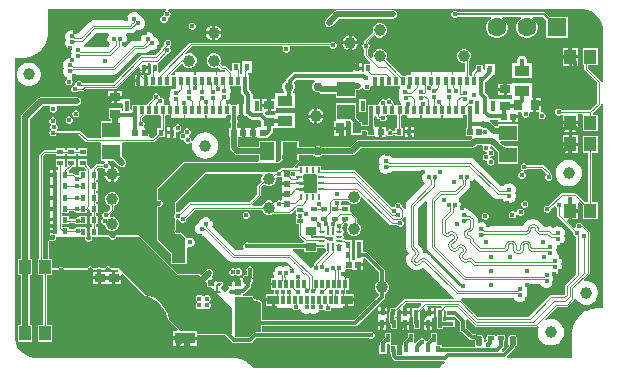
<source format=gtl>
G04*
G04 #@! TF.GenerationSoftware,Altium Limited,Altium Designer,22.11.1 (43)*
G04*
G04 Layer_Physical_Order=1*
G04 Layer_Color=255*
%FSLAX44Y44*%
%MOMM*%
G71*
G04*
G04 #@! TF.SameCoordinates,EA2F1550-8411-4DB4-965C-DA60C2665ED4*
G04*
G04*
G04 #@! TF.FilePolarity,Positive*
G04*
G01*
G75*
%ADD11C,0.3000*%
%ADD12C,0.2000*%
%ADD17R,1.0000X1.2000*%
%ADD18R,0.5500X0.4500*%
%ADD19R,0.4500X0.5500*%
G04:AMPARAMS|DCode=20|XSize=0.55mm|YSize=0.78mm|CornerRadius=0.1375mm|HoleSize=0mm|Usage=FLASHONLY|Rotation=180.000|XOffset=0mm|YOffset=0mm|HoleType=Round|Shape=RoundedRectangle|*
%AMROUNDEDRECTD20*
21,1,0.5500,0.5050,0,0,180.0*
21,1,0.2750,0.7800,0,0,180.0*
1,1,0.2750,-0.1375,0.2525*
1,1,0.2750,0.1375,0.2525*
1,1,0.2750,0.1375,-0.2525*
1,1,0.2750,-0.1375,-0.2525*
%
%ADD20ROUNDEDRECTD20*%
%ADD21R,0.3000X0.7100*%
%ADD22R,0.1500X0.1500*%
%ADD23P,0.6788X4X270.0*%
%ADD24R,0.1500X0.1500*%
%ADD25R,0.9000X0.7000*%
G04:AMPARAMS|DCode=26|XSize=0.55mm|YSize=0.34mm|CornerRadius=0.085mm|HoleSize=0mm|Usage=FLASHONLY|Rotation=180.000|XOffset=0mm|YOffset=0mm|HoleType=Round|Shape=RoundedRectangle|*
%AMROUNDEDRECTD26*
21,1,0.5500,0.1700,0,0,180.0*
21,1,0.3800,0.3400,0,0,180.0*
1,1,0.1700,-0.1900,0.0850*
1,1,0.1700,0.1900,0.0850*
1,1,0.1700,0.1900,-0.0850*
1,1,0.1700,-0.1900,-0.0850*
%
%ADD26ROUNDEDRECTD26*%
%ADD27R,0.4000X0.9500*%
%ADD28R,0.3000X0.6500*%
%ADD29R,0.2500X0.4750*%
%ADD30R,0.4750X0.2500*%
%ADD31R,1.3000X1.5000*%
%ADD32R,1.0000X0.7000*%
%ADD33R,0.3000X0.7000*%
%ADD34R,1.3000X0.8500*%
G04:AMPARAMS|DCode=35|XSize=0.2mm|YSize=0.7mm|CornerRadius=0.05mm|HoleSize=0mm|Usage=FLASHONLY|Rotation=180.000|XOffset=0mm|YOffset=0mm|HoleType=Round|Shape=RoundedRectangle|*
%AMROUNDEDRECTD35*
21,1,0.2000,0.6000,0,0,180.0*
21,1,0.1000,0.7000,0,0,180.0*
1,1,0.1000,-0.0500,0.3000*
1,1,0.1000,0.0500,0.3000*
1,1,0.1000,0.0500,-0.3000*
1,1,0.1000,-0.0500,-0.3000*
%
%ADD35ROUNDEDRECTD35*%
G04:AMPARAMS|DCode=36|XSize=0.2mm|YSize=0.5mm|CornerRadius=0.05mm|HoleSize=0mm|Usage=FLASHONLY|Rotation=270.000|XOffset=0mm|YOffset=0mm|HoleType=Round|Shape=RoundedRectangle|*
%AMROUNDEDRECTD36*
21,1,0.2000,0.4000,0,0,270.0*
21,1,0.1000,0.5000,0,0,270.0*
1,1,0.1000,-0.2000,-0.0500*
1,1,0.1000,-0.2000,0.0500*
1,1,0.1000,0.2000,0.0500*
1,1,0.1000,0.2000,-0.0500*
%
%ADD36ROUNDEDRECTD36*%
%ADD37R,1.7000X0.9500*%
%ADD38R,0.9000X1.0000*%
%ADD39R,0.5200X0.5200*%
%ADD40R,0.5200X0.5200*%
%ADD41R,1.5000X1.3000*%
%ADD42R,0.7000X0.9000*%
%ADD75C,0.0889*%
%ADD76C,0.7500*%
%ADD77C,1.0000*%
%ADD78C,0.1016*%
%ADD79C,0.5000*%
%ADD80C,0.1020*%
%ADD81C,5.3000*%
%ADD82C,1.6000*%
%ADD83R,1.6000X1.6000*%
%ADD84O,1.1000X1.9000*%
%ADD85O,1.1000X2.4000*%
%ADD86C,0.4064*%
G36*
X430580Y297904D02*
X454422D01*
X456230Y297895D01*
X459784Y297190D01*
X463128Y295806D01*
X466138Y293796D01*
X468698Y291238D01*
X470709Y288229D01*
X472094Y284886D01*
X472800Y281336D01*
Y279527D01*
Y235864D01*
X471577Y235750D01*
X471094Y236916D01*
X460578Y247433D01*
Y250234D01*
X468516D01*
Y264266D01*
X456484D01*
Y250234D01*
X457278D01*
Y246750D01*
X457761Y245584D01*
X468278Y235067D01*
Y218111D01*
X462067Y211900D01*
X438116D01*
X438084Y211977D01*
X437227Y212834D01*
X436106Y213298D01*
X434894D01*
X433773Y212834D01*
X432916Y211977D01*
X432452Y210856D01*
Y209644D01*
X432916Y208523D01*
X433773Y207666D01*
X434894Y207202D01*
X436106D01*
X437227Y207666D01*
X437690Y208130D01*
X438960Y207603D01*
Y202520D01*
X445500D01*
X452040D01*
Y208600D01*
X455353D01*
X456484Y208266D01*
Y194234D01*
X468516D01*
Y208266D01*
X464679D01*
X464369Y209536D01*
X471094Y216262D01*
X471577Y217428D01*
X472800Y217314D01*
X472800Y44158D01*
X468424Y44158D01*
X468385Y44142D01*
X468344Y44156D01*
X466384Y44060D01*
X466270Y44006D01*
X466147Y44031D01*
X462302Y43266D01*
X462163Y43173D01*
X461997D01*
X458375Y41673D01*
X458257Y41556D01*
X458094Y41523D01*
X454834Y39345D01*
X454742Y39207D01*
X454588Y39143D01*
X451816Y36371D01*
X451752Y36217D01*
X451614Y36125D01*
X449436Y32865D01*
X449403Y32702D01*
X449286Y32584D01*
X447785Y28962D01*
Y28795D01*
X447693Y28657D01*
X446928Y24812D01*
X446953Y24688D01*
X446899Y24575D01*
X446802Y22615D01*
X446817Y22574D01*
X446801Y22535D01*
X446800Y2160D01*
X392249Y2131D01*
X392115Y2309D01*
X391778Y3401D01*
X397860Y9482D01*
X398416Y10314D01*
X398611Y11296D01*
Y11934D01*
X399058Y12023D01*
X399849Y12551D01*
X400377Y13342D01*
X400563Y14275D01*
Y19325D01*
X400377Y20258D01*
X399849Y21049D01*
X399058Y21577D01*
X398125Y21763D01*
X395375D01*
X394442Y21577D01*
X393651Y21049D01*
X393123Y20258D01*
X392937Y19325D01*
Y14275D01*
X393123Y13342D01*
X393480Y12807D01*
Y12358D01*
X388714Y7592D01*
X387749Y7694D01*
X387277Y8900D01*
X388564Y10186D01*
X389120Y11018D01*
X389315Y12000D01*
Y16380D01*
X389378Y16392D01*
X389995Y16805D01*
X390408Y17422D01*
X390552Y18150D01*
Y19850D01*
X390408Y20578D01*
X389995Y21195D01*
X389378Y21608D01*
X388650Y21753D01*
X384850D01*
X384122Y21608D01*
X383505Y21195D01*
X383177Y20705D01*
X382500Y20637D01*
X381823Y20705D01*
X381495Y21195D01*
X380878Y21608D01*
X380150Y21753D01*
X376350D01*
X375622Y21608D01*
X375005Y21195D01*
X374592Y20578D01*
X374448Y19850D01*
Y18150D01*
X374592Y17422D01*
X374261Y16184D01*
X374023Y16086D01*
X373333Y15395D01*
X372545Y15541D01*
X372063Y15784D01*
Y19325D01*
X371877Y20258D01*
X371349Y21049D01*
X370558Y21577D01*
X369625Y21763D01*
X366875D01*
X366759Y21740D01*
X366468Y21934D01*
X365486Y22129D01*
X363248D01*
X357798Y27580D01*
Y27606D01*
X357334Y28727D01*
X357315Y28745D01*
Y33750D01*
X357208Y34289D01*
X358378Y34915D01*
X364460Y28834D01*
X365626Y28350D01*
X416250D01*
X417416Y28834D01*
X417676Y29093D01*
X418753Y28374D01*
X418146Y26908D01*
X417763Y24000D01*
X418146Y21092D01*
X419268Y18381D01*
X421054Y16054D01*
X423381Y14268D01*
X426092Y13146D01*
X429000Y12763D01*
X431908Y13146D01*
X434619Y14268D01*
X436946Y16054D01*
X438732Y18381D01*
X439854Y21092D01*
X440237Y24000D01*
X439854Y26908D01*
X438732Y29619D01*
X436946Y31946D01*
X434619Y33732D01*
X431908Y34854D01*
X429000Y35237D01*
X426092Y34854D01*
X424626Y34247D01*
X423907Y35324D01*
X434231Y45648D01*
X442298D01*
X443465Y46132D01*
X448416Y51084D01*
X448858Y52150D01*
X449277Y52300D01*
X450170Y52418D01*
X450943Y51077D01*
X452808Y49213D01*
X455092Y47894D01*
X457640Y47211D01*
X460277D01*
X462824Y47894D01*
X465108Y49213D01*
X466973Y51077D01*
X468292Y53361D01*
X468974Y55909D01*
Y58546D01*
X468292Y61094D01*
X466973Y63377D01*
X465108Y65242D01*
X462824Y66561D01*
X460277Y67243D01*
X457640D01*
X457532Y67215D01*
X456897Y68314D01*
X461666Y73084D01*
X462150Y74250D01*
Y108454D01*
X461666Y109620D01*
X456620Y114666D01*
X455649Y115069D01*
X455584Y115227D01*
X454727Y116084D01*
X453606Y116548D01*
X452394D01*
X451273Y116084D01*
X450416Y115227D01*
X449952Y114106D01*
Y113111D01*
X449351Y112686D01*
X448779Y112489D01*
X442981Y118287D01*
X443467Y119460D01*
X444230D01*
Y127000D01*
X445500D01*
Y128270D01*
X452040D01*
Y133331D01*
X453310Y133857D01*
X456484Y130683D01*
Y119984D01*
X468516D01*
Y134016D01*
X464150D01*
Y175984D01*
X468516D01*
Y190016D01*
X456484D01*
Y175984D01*
X460850D01*
Y134016D01*
X457817D01*
X450610Y141222D01*
X449444Y141706D01*
X438056D01*
X436890Y141222D01*
X426683Y131016D01*
X426606Y131048D01*
X425394D01*
X424273Y130584D01*
X423416Y129727D01*
X422952Y128606D01*
Y127394D01*
X423416Y126273D01*
X424273Y125416D01*
X425394Y124952D01*
X426606D01*
X427727Y125416D01*
X428584Y126273D01*
X429048Y127394D01*
Y128606D01*
X429016Y128683D01*
X431432Y131099D01*
X431968Y131012D01*
X432796Y130667D01*
X433166Y129773D01*
X434023Y128916D01*
X434100Y128884D01*
Y123184D01*
X434584Y122018D01*
X447962Y108640D01*
X447930Y108563D01*
Y107350D01*
X448394Y106230D01*
X449252Y105372D01*
X450350Y104917D01*
Y73183D01*
X441584Y64416D01*
X441100Y63250D01*
Y56433D01*
X439817Y55150D01*
X429000D01*
X427834Y54666D01*
X410317Y37150D01*
X367183D01*
X353022Y51311D01*
X353079Y51799D01*
X353411Y52581D01*
X398004D01*
X398192Y52128D01*
X399835Y50484D01*
X401982Y49595D01*
X404307D01*
X406454Y50484D01*
X408097Y52128D01*
X408987Y54275D01*
Y56599D01*
X408416Y57977D01*
X408987Y59355D01*
Y61679D01*
X408307Y63320D01*
X408993Y64590D01*
X420177D01*
X420355Y64158D01*
X421999Y62515D01*
X424146Y61625D01*
X426470D01*
X428617Y62515D01*
X430261Y64158D01*
X431150Y66305D01*
Y68629D01*
X430579Y70007D01*
X431150Y71385D01*
Y72469D01*
X431485Y73642D01*
X432323Y73642D01*
X433809D01*
X435956Y74531D01*
X437599Y76175D01*
X438489Y78322D01*
Y80646D01*
X437918Y82024D01*
X438489Y83402D01*
Y85726D01*
X437599Y87873D01*
X435956Y89517D01*
X433917Y90361D01*
Y92537D01*
X433346Y93915D01*
X433917Y95293D01*
Y97320D01*
X434047Y97407D01*
X436371D01*
X438518Y98296D01*
X440162Y99939D01*
X441051Y102086D01*
Y104410D01*
X440480Y105788D01*
X441051Y107166D01*
Y109490D01*
X440162Y111638D01*
X438518Y113281D01*
X436371Y114171D01*
X434047D01*
X431900Y113281D01*
X430653Y112035D01*
X430065Y112623D01*
X428657Y113564D01*
X426997Y113894D01*
X422054D01*
X421291Y115735D01*
X420062Y117337D01*
X418460Y118567D01*
X416594Y119339D01*
X414848Y119569D01*
X414592Y119620D01*
X412918D01*
X412663Y119569D01*
X410916Y119339D01*
X409051Y118567D01*
X407449Y117337D01*
X406219Y115735D01*
X405457Y113894D01*
X383365D01*
X382704Y114025D01*
X375238D01*
X375059Y114457D01*
X373415Y116101D01*
X371268Y116990D01*
X368944D01*
X368228Y116693D01*
X366997Y117558D01*
Y118760D01*
X366997Y118760D01*
Y119654D01*
X366667Y121314D01*
X365726Y122721D01*
X363977Y124470D01*
X363977Y124471D01*
X363338Y125109D01*
X361931Y126050D01*
X360368Y126361D01*
X360138Y126914D01*
X358495Y128557D01*
X356348Y129447D01*
X354197D01*
X353209Y130379D01*
X353269Y130524D01*
Y132848D01*
X352379Y134995D01*
X351148Y136226D01*
X351135Y137587D01*
X351228Y137806D01*
X351658Y138094D01*
X359423Y145859D01*
X360364Y147267D01*
X360694Y148927D01*
Y149852D01*
X361126Y150030D01*
X362769Y151674D01*
X363539Y153531D01*
X364832Y154033D01*
X380989Y137877D01*
X382396Y136936D01*
X384056Y136606D01*
X388247D01*
X388390Y136260D01*
X390034Y134617D01*
X392181Y133728D01*
X394505D01*
X396652Y134617D01*
X398296Y136260D01*
X399185Y138407D01*
Y140731D01*
X398614Y142109D01*
X399185Y143487D01*
Y145812D01*
X398296Y147959D01*
X396652Y149602D01*
X394505Y150492D01*
X392181D01*
X390034Y149602D01*
X388390Y147959D01*
X388212Y147527D01*
X388110D01*
X387678Y147441D01*
X386747D01*
X363888Y170300D01*
X362481Y171241D01*
X360821Y171571D01*
X294718D01*
X294539Y172003D01*
X292896Y173646D01*
X290749Y174535D01*
X288424D01*
X286277Y173646D01*
X284634Y172003D01*
X283744Y169855D01*
Y167531D01*
X284315Y166153D01*
X283744Y164775D01*
Y162451D01*
X284634Y160304D01*
X286277Y158661D01*
X288424Y157771D01*
X290749D01*
X292896Y158661D01*
X294539Y160304D01*
X294718Y160736D01*
X321724D01*
X322250Y159466D01*
X321125Y158341D01*
X320235Y156194D01*
Y153869D01*
X321125Y151722D01*
X322606Y150241D01*
X307274Y134908D01*
X306333Y133501D01*
X306003Y131841D01*
Y128496D01*
X304733Y128243D01*
X304431Y128972D01*
X302866Y130537D01*
Y131033D01*
X302402Y132154D01*
X301545Y133011D01*
X300425Y133475D01*
X299212D01*
X298092Y133011D01*
X297234Y132154D01*
X296770Y131033D01*
X296393Y129919D01*
X295181Y129919D01*
X294523Y129647D01*
X263246Y160924D01*
X262079Y161408D01*
X234766D01*
Y165016D01*
X230234Y165016D01*
X228964Y165016D01*
X225234Y165016D01*
X223964Y165016D01*
X220234Y165016D01*
X218964Y165016D01*
X215234D01*
Y163275D01*
X212767D01*
X212281Y164448D01*
X216167Y168333D01*
X216489Y169111D01*
X216167Y169889D01*
X215516Y170539D01*
Y173915D01*
X227845D01*
X228800Y172960D01*
X230552Y172234D01*
X232448D01*
X234200Y172960D01*
X235155Y173915D01*
X261000D01*
X262372Y174188D01*
X263535Y174965D01*
X268086Y179516D01*
X362101D01*
X363473Y179789D01*
X364636Y180566D01*
X366485Y182415D01*
X370945D01*
X371675Y181145D01*
X371452Y180606D01*
Y179394D01*
X371916Y178273D01*
X372773Y177416D01*
X373894Y176952D01*
X374638Y176592D01*
X374623Y175284D01*
X373926Y175050D01*
X373894Y175048D01*
X373894D01*
X372773Y174584D01*
X371916Y173727D01*
X371452Y172606D01*
Y171394D01*
X371916Y170273D01*
X372773Y169416D01*
X373894Y168952D01*
X373894D01*
X373926Y168950D01*
X374952Y168606D01*
Y167394D01*
X375416Y166273D01*
X376273Y165416D01*
X377394Y164952D01*
X378606D01*
X379727Y165416D01*
X380584Y166273D01*
X381048Y167394D01*
Y168606D01*
X380584Y169727D01*
X379727Y170584D01*
X378606Y171048D01*
X377862Y171408D01*
X377877Y172716D01*
X378574Y172950D01*
X378606Y172952D01*
X378606D01*
X379727Y173416D01*
X380584Y174273D01*
X381048Y175394D01*
Y176606D01*
X380584Y177727D01*
X379727Y178584D01*
X378606Y179048D01*
X378606D01*
X378574Y179050D01*
X377548Y179394D01*
Y180606D01*
X378529Y181556D01*
X378802Y181628D01*
X383965Y176465D01*
X383984Y176453D01*
Y166484D01*
X401016D01*
Y181516D01*
X390054D01*
X390035Y181535D01*
X388872Y182312D01*
X388105Y182465D01*
X386259Y184311D01*
X386745Y185484D01*
X401016D01*
Y200516D01*
X383984D01*
Y198156D01*
X381914D01*
X378035Y202035D01*
X377285Y202536D01*
X377670Y203806D01*
X384400D01*
Y201900D01*
X393600D01*
Y202360D01*
X395730D01*
Y206500D01*
X397000D01*
Y207770D01*
X401140D01*
Y210000D01*
X403974D01*
X404664Y208968D01*
Y207756D01*
X405128Y206635D01*
X405985Y205778D01*
X407105Y205314D01*
X408318D01*
X409438Y205778D01*
X410296Y206635D01*
X410760Y207756D01*
Y208968D01*
X410668Y209190D01*
X411516Y210460D01*
X414230D01*
Y216500D01*
Y222540D01*
X413000D01*
Y234750D01*
X396000D01*
Y234540D01*
X391770D01*
Y229500D01*
Y224460D01*
X396000D01*
Y223000D01*
X396000D01*
Y221000D01*
X384000D01*
Y221000D01*
X382894Y221395D01*
Y221609D01*
X376862D01*
X376431Y222700D01*
X376175Y223988D01*
X375401Y225146D01*
X373428Y227118D01*
Y234157D01*
X373372Y234443D01*
Y235598D01*
X374076Y236069D01*
X379273Y241266D01*
X379597Y241750D01*
X381750D01*
Y251250D01*
X373250D01*
Y246956D01*
X373181Y246611D01*
Y246300D01*
X373036Y246203D01*
X371766Y246882D01*
Y250266D01*
X365234D01*
Y246570D01*
X362635Y243971D01*
X362151Y242803D01*
Y241973D01*
X361486Y241308D01*
X360117Y241351D01*
X359455Y242146D01*
Y253267D01*
X359402Y253394D01*
X360600Y254592D01*
X361516Y256803D01*
Y259197D01*
X360600Y261408D01*
X358908Y263100D01*
X356697Y264016D01*
X354303D01*
X352092Y263100D01*
X350400Y261408D01*
X349484Y259197D01*
Y256803D01*
X350400Y254592D01*
X352092Y252900D01*
X354303Y251984D01*
X356151D01*
Y243902D01*
X346493D01*
Y241632D01*
X345113D01*
Y243902D01*
X328493D01*
Y241632D01*
X327113D01*
Y243902D01*
X310493D01*
Y241632D01*
X306763D01*
Y241632D01*
X306319Y241108D01*
X303227D01*
X289289Y255047D01*
X290016Y256803D01*
Y259197D01*
X289100Y261408D01*
X287408Y263100D01*
X285197Y264016D01*
X282803D01*
X280592Y263100D01*
X278900Y261408D01*
X277984Y259197D01*
Y257019D01*
X277391Y256597D01*
X276811Y256396D01*
X274152Y259055D01*
Y263885D01*
X274227Y263916D01*
X275084Y264773D01*
X275548Y265894D01*
Y267106D01*
X275084Y268227D01*
X274227Y269084D01*
X274624Y270288D01*
X279664Y275328D01*
X280592Y274400D01*
X282803Y273484D01*
X285197D01*
X287408Y274400D01*
X289100Y276092D01*
X290016Y278303D01*
Y280697D01*
X289100Y282908D01*
X287408Y284600D01*
X285197Y285516D01*
X282803D01*
X280592Y284600D01*
X278900Y282908D01*
X277984Y280697D01*
Y278320D01*
X271332Y271668D01*
X270848Y270500D01*
Y269115D01*
X270773Y269084D01*
X269916Y268227D01*
X269452Y267106D01*
Y265894D01*
X269916Y264773D01*
X270773Y263916D01*
X270848Y263885D01*
Y258371D01*
X271332Y257203D01*
X275999Y252536D01*
X275473Y251266D01*
X270734D01*
Y244997D01*
X270212Y244569D01*
X268790D01*
Y246230D01*
X265000D01*
X261210D01*
Y244569D01*
X212218D01*
X210852Y244297D01*
X209694Y243523D01*
X205338Y239167D01*
X204564Y238009D01*
X204392Y237143D01*
X203743Y236875D01*
X202125Y235257D01*
X201250Y233144D01*
Y230856D01*
X202125Y228743D01*
X203348Y227520D01*
X203231Y226250D01*
X195500D01*
Y221040D01*
X191770D01*
Y216000D01*
Y210960D01*
X196540D01*
Y213750D01*
X212500D01*
Y226250D01*
X210769D01*
X210652Y227520D01*
X211875Y228743D01*
X212750Y230856D01*
Y233144D01*
X211875Y235257D01*
X211698Y235434D01*
X213696Y237431D01*
X228840D01*
X229092Y236161D01*
X228800Y236040D01*
X227460Y234700D01*
X226734Y232948D01*
Y231052D01*
X227460Y229300D01*
X228800Y227960D01*
X230552Y227234D01*
X231873D01*
X232142Y226965D01*
X233305Y226188D01*
X234676Y225915D01*
X246984D01*
Y221984D01*
X264016D01*
Y228915D01*
X265500D01*
X266872Y229188D01*
X268035Y229965D01*
X268779Y231078D01*
X269088Y231112D01*
X270092Y231055D01*
X270416Y230273D01*
X271273Y229416D01*
X272394Y228952D01*
X273606D01*
X274727Y229416D01*
X275584Y230273D01*
X275937Y231125D01*
X276763Y232052D01*
X277153Y232052D01*
X278533D01*
Y236842D01*
X281073D01*
Y232052D01*
X284533D01*
Y236842D01*
X287073D01*
Y232052D01*
X288843D01*
Y232052D01*
X289287Y232576D01*
X294017D01*
X294319Y232576D01*
X295287D01*
X295589Y232576D01*
X300319D01*
Y232576D01*
X301287D01*
X301356Y231306D01*
X300884Y230834D01*
X299995Y228687D01*
Y226363D01*
X300737Y224571D01*
X300343Y223619D01*
Y221295D01*
X301232Y219148D01*
X302501Y217878D01*
X301975Y216609D01*
X298664D01*
X298362Y216609D01*
X297394D01*
X296527Y216878D01*
X296044Y218044D01*
X294995Y219093D01*
Y219564D01*
X294531Y220684D01*
X293674Y221541D01*
X292554Y222005D01*
X291341D01*
X290221Y221541D01*
X289363Y220684D01*
X288098Y220947D01*
X287499Y221194D01*
X286287D01*
X285166Y220730D01*
X284309Y219873D01*
X283845Y218753D01*
Y217621D01*
X283028Y216609D01*
X280664D01*
X280362Y216609D01*
X279394D01*
X279092Y216609D01*
X274362D01*
Y212590D01*
X274312Y212342D01*
X274335Y212230D01*
Y199422D01*
X273900Y199065D01*
X269016D01*
Y202016D01*
X266963D01*
X266870Y202482D01*
X266314Y203314D01*
X264016Y205612D01*
Y218016D01*
X246984D01*
Y203810D01*
X246984Y202984D01*
X245898Y202540D01*
X245460D01*
Y197770D01*
X250500D01*
X255540D01*
Y202540D01*
X256626Y202984D01*
X259255D01*
X259984Y202016D01*
Y190984D01*
X269016D01*
Y193935D01*
X272837D01*
X273284Y193488D01*
Y189884D01*
X279707D01*
X280760Y189360D01*
X281569Y189360D01*
X283630D01*
Y193500D01*
Y197640D01*
X281569D01*
X280760Y197640D01*
X280735Y197628D01*
X279465Y198414D01*
Y206506D01*
X280649Y207386D01*
X281061Y207216D01*
X281228Y207011D01*
Y206622D01*
X281711Y205456D01*
X282306Y204861D01*
X283473Y204378D01*
X284166D01*
X284416Y203773D01*
X285273Y202916D01*
X286394Y202452D01*
X287606D01*
X288727Y202916D01*
X289584Y203773D01*
X290048Y204894D01*
Y206106D01*
X289820Y206657D01*
X290402Y207822D01*
X291394Y208076D01*
X292362D01*
Y208076D01*
X297092D01*
X297394Y208076D01*
X298631Y207998D01*
Y197266D01*
X297015D01*
Y194580D01*
X295612D01*
X295580Y194657D01*
X294723Y195514D01*
X293603Y195978D01*
X292390D01*
X291270Y195514D01*
X290412Y194657D01*
X290310Y194410D01*
X289040Y194662D01*
Y197640D01*
X286170D01*
Y193500D01*
Y189360D01*
X289040D01*
Y191198D01*
X290310Y191451D01*
X290412Y191204D01*
X291270Y190346D01*
X292390Y189882D01*
X293603D01*
X294723Y190346D01*
X295580Y191204D01*
X295612Y191281D01*
X297015D01*
Y189734D01*
X303547D01*
Y197266D01*
X301930D01*
Y207222D01*
X302023Y207314D01*
X303200Y207870D01*
X303838Y207552D01*
X304447Y207553D01*
X307568D01*
Y205282D01*
X318188D01*
Y207553D01*
X319568D01*
Y205282D01*
X336188D01*
Y207553D01*
X337568D01*
Y205282D01*
X354188D01*
Y207553D01*
X357918D01*
X358312Y206446D01*
Y197116D01*
X356884D01*
Y189884D01*
X362198D01*
X362584Y188614D01*
X362465Y188535D01*
X360616Y186686D01*
X266601D01*
X265229Y186413D01*
X264066Y185636D01*
X259515Y181085D01*
X234092D01*
X232448Y181766D01*
X230552D01*
X228908Y181085D01*
X215516D01*
Y186016D01*
X200484D01*
Y173846D01*
X200415Y173500D01*
Y171224D01*
X200484Y170877D01*
Y170401D01*
X198183Y168100D01*
X197420D01*
X196516Y168984D01*
X196516Y169370D01*
Y186016D01*
X181484D01*
Y181085D01*
X164914D01*
X164085Y181914D01*
Y187704D01*
X164360Y188860D01*
X165169Y188860D01*
X167230D01*
Y193000D01*
Y197140D01*
X165169D01*
X164360Y197140D01*
X163134Y197247D01*
Y201110D01*
X163222Y201198D01*
X163686Y202318D01*
Y203531D01*
X163443Y204118D01*
Y206446D01*
X163838Y207552D01*
X164713Y207553D01*
X165608D01*
Y212342D01*
Y217132D01*
X163838D01*
X162785Y216609D01*
X158971D01*
X157918Y217132D01*
X157309Y217132D01*
X155805D01*
X155695Y217316D01*
X155416Y218403D01*
X156828Y219815D01*
X157718Y221962D01*
Y224286D01*
X157263Y225382D01*
X157949Y227037D01*
Y229361D01*
X157113Y231378D01*
Y232576D01*
X160017D01*
X160319Y232576D01*
X161287D01*
X161589Y232576D01*
X166234D01*
Y228197D01*
X166506Y226831D01*
X167280Y225674D01*
X169309Y223644D01*
Y217132D01*
X168148D01*
Y212342D01*
Y207553D01*
X169378D01*
Y207092D01*
X171331D01*
X173386Y205038D01*
X174543Y204264D01*
X175909Y203992D01*
X181903D01*
X182856Y203598D01*
X184000Y202453D01*
Y197600D01*
X180400D01*
Y197140D01*
X178270D01*
Y193000D01*
Y188860D01*
X180400D01*
Y188400D01*
X189600D01*
Y189602D01*
X190108Y189703D01*
X191266Y190477D01*
X193023Y192234D01*
X193797Y193392D01*
X194069Y194757D01*
Y196500D01*
X197000D01*
Y196750D01*
X212500D01*
Y209250D01*
X195500D01*
Y207500D01*
X189047D01*
X187623Y208923D01*
X187306Y209690D01*
X187786Y210960D01*
X189230D01*
Y214730D01*
X184460D01*
Y211593D01*
X183021D01*
X182894Y211678D01*
Y221609D01*
X176862D01*
X176446Y222706D01*
Y225122D01*
X176175Y226488D01*
X175401Y227646D01*
X173372Y229675D01*
Y236842D01*
X173303Y237187D01*
Y242092D01*
X172360D01*
Y243744D01*
X172366Y243750D01*
X175750D01*
Y253250D01*
X167250D01*
Y244823D01*
X167246Y244803D01*
Y242990D01*
X167218Y242963D01*
X166817Y242843D01*
X165650Y243821D01*
Y244734D01*
X165766D01*
Y252266D01*
X159234D01*
Y245895D01*
X157964Y245369D01*
X154666Y248666D01*
X153500Y249150D01*
X151183D01*
X148934Y251399D01*
X149516Y252803D01*
Y255197D01*
X148600Y257408D01*
X146908Y259100D01*
X144697Y260016D01*
X142303D01*
X140092Y259100D01*
X138400Y257408D01*
X137484Y255197D01*
Y252803D01*
X138400Y250592D01*
X140092Y248900D01*
X142303Y247984D01*
X144697D01*
X146808Y248859D01*
X149334Y246334D01*
X150500Y245850D01*
X152707D01*
X153331Y245079D01*
X152818Y243902D01*
X146493D01*
Y241632D01*
X145113D01*
Y243902D01*
X128493D01*
Y241632D01*
X127113D01*
Y243902D01*
X110493D01*
Y241632D01*
X108203D01*
X107677Y242903D01*
X116350Y251575D01*
X117595Y251328D01*
X117900Y250592D01*
X119592Y248900D01*
X121803Y247984D01*
X124197D01*
X126408Y248900D01*
X128100Y250592D01*
X129016Y252803D01*
Y255197D01*
X128100Y257408D01*
X126408Y259100D01*
X124197Y260016D01*
X121803D01*
X119826Y259197D01*
X119106Y260273D01*
X124775Y265942D01*
X201472D01*
X202186Y264672D01*
X201952Y264106D01*
Y262894D01*
X202416Y261773D01*
X203273Y260916D01*
X204394Y260452D01*
X205606D01*
X206727Y260916D01*
X207584Y261773D01*
X208048Y262894D01*
Y264106D01*
X207814Y264672D01*
X208528Y265942D01*
X241639D01*
X241916Y265273D01*
X242773Y264416D01*
X243894Y263952D01*
X245106D01*
X246227Y264416D01*
X247084Y265273D01*
X247548Y266394D01*
Y267606D01*
X247084Y268727D01*
X246227Y269584D01*
X245106Y270048D01*
X243894D01*
X242773Y269584D01*
X242422Y269233D01*
X242401D01*
X242381Y269241D01*
X124091D01*
X122925Y268758D01*
X97778Y243611D01*
X96766Y244395D01*
X96766Y251577D01*
X96772Y251808D01*
X96932Y252967D01*
X103610Y259646D01*
X103687Y259614D01*
X104900D01*
X106020Y260078D01*
X106877Y260935D01*
X107341Y262056D01*
Y263268D01*
X106877Y264389D01*
X106579Y264687D01*
X106284Y265715D01*
X106618Y266307D01*
X107084Y266773D01*
X107548Y267894D01*
Y269106D01*
X107084Y270227D01*
X106227Y271084D01*
X105106Y271548D01*
X103894D01*
X102773Y271084D01*
X101916Y270227D01*
X101452Y269106D01*
Y267894D01*
X101660Y267391D01*
X99571Y265301D01*
X99088Y264135D01*
Y263998D01*
X99088Y263998D01*
Y263883D01*
X93665Y258460D01*
X82291D01*
X81125Y257977D01*
X58464Y235316D01*
X32254D01*
X32084Y235727D01*
X31227Y236584D01*
X30106Y237048D01*
X28894D01*
X27773Y236584D01*
X26916Y235727D01*
X26452Y234606D01*
Y233394D01*
X26221Y233048D01*
X25394D01*
X24273Y232584D01*
X23416Y231727D01*
X22952Y230606D01*
Y229394D01*
X23416Y228273D01*
X24273Y227416D01*
X25394Y226952D01*
X26606D01*
X27727Y227416D01*
X28584Y228273D01*
X28616Y228350D01*
X32500D01*
X33666Y228834D01*
X34683Y229850D01*
X60500D01*
X61666Y230334D01*
X79537Y248204D01*
X80710Y247718D01*
Y243710D01*
X83230D01*
Y248000D01*
X84500D01*
Y249270D01*
X88290D01*
Y251636D01*
X89090Y251959D01*
X90234Y251195D01*
Y246497D01*
X90154Y246303D01*
Y242399D01*
X88883Y241612D01*
X88843Y241632D01*
X88234Y241632D01*
X87073D01*
Y236842D01*
Y232052D01*
X88843D01*
X89896Y232576D01*
X94017D01*
X94319Y232576D01*
X95287D01*
X95589Y232576D01*
X100017D01*
X100319Y232576D01*
X101287D01*
X101589Y232576D01*
X105710D01*
X106763Y232052D01*
X107959Y232052D01*
X108375Y230782D01*
X107026Y229433D01*
X106137Y227286D01*
Y224962D01*
X106680Y223651D01*
X106082Y222206D01*
Y219882D01*
X106694Y218403D01*
X105914Y217132D01*
X103838Y217132D01*
X102785Y216609D01*
X101682D01*
X101066Y217789D01*
X101530Y218909D01*
Y220122D01*
X101066Y221242D01*
X100209Y222099D01*
X99088Y222563D01*
X98673D01*
X98074Y222632D01*
Y223845D01*
X97610Y224965D01*
X96752Y225822D01*
X95632Y226286D01*
X94420D01*
X93299Y225822D01*
X92442Y224965D01*
X91978Y223845D01*
Y222632D01*
X92010Y222555D01*
X87711Y218256D01*
X87330Y217337D01*
X86362Y216609D01*
X85394D01*
Y216609D01*
X80362D01*
X80362Y216609D01*
X79394D01*
Y216609D01*
X79092Y216609D01*
X74362D01*
Y212590D01*
X74312Y212342D01*
Y212105D01*
X74164Y212005D01*
X72894Y212684D01*
Y221609D01*
X67310D01*
X66862Y221609D01*
X66754Y221730D01*
X61270D01*
Y217960D01*
X65592D01*
X66040Y217960D01*
X66862Y217030D01*
X66862Y211771D01*
X65592Y211233D01*
X65516Y211306D01*
Y213516D01*
X54484D01*
Y204484D01*
X56415D01*
Y203016D01*
X48484D01*
Y188150D01*
X36716D01*
X30649Y194217D01*
X29483Y194700D01*
X11218D01*
X10692Y195970D01*
X10825Y196102D01*
X11289Y197222D01*
Y198435D01*
X10825Y199555D01*
X9967Y200413D01*
X9848Y201011D01*
X9942Y201105D01*
X10406Y202225D01*
Y203438D01*
X9942Y204558D01*
X9084Y205415D01*
X7964Y205879D01*
X6752D01*
X5631Y205415D01*
X4774Y204558D01*
X4310Y203438D01*
Y202225D01*
X4774Y201105D01*
X5631Y200247D01*
X5750Y199649D01*
X5657Y199555D01*
X5193Y198435D01*
Y197222D01*
X5657Y196102D01*
X5750Y196008D01*
X5631Y195410D01*
X4774Y194552D01*
X4310Y193432D01*
Y192220D01*
X4774Y191099D01*
X5631Y190242D01*
X6752Y189778D01*
X7964D01*
X9084Y190242D01*
X9942Y191099D01*
X10067Y191401D01*
X28800D01*
X34867Y185334D01*
X36033Y184850D01*
X47560D01*
X48484Y184016D01*
X48484Y183580D01*
Y168984D01*
X50835D01*
X51087Y167714D01*
X50773Y167584D01*
X49916Y166727D01*
X49884Y166650D01*
X45000D01*
X43834Y166166D01*
X40834Y163166D01*
X40350Y162000D01*
X39150Y162167D01*
Y162500D01*
X38666Y163666D01*
X36266Y166067D01*
Y170766D01*
X28734D01*
Y164234D01*
X33433D01*
X35631Y162036D01*
X35321Y160766D01*
X29734D01*
Y157736D01*
X28464Y156900D01*
X28106Y157048D01*
X26894D01*
X26817Y157016D01*
X25666Y158166D01*
X24500Y158650D01*
X21266D01*
Y160766D01*
X21266D01*
X20924Y161591D01*
X23567Y164234D01*
X26766D01*
Y170766D01*
X19234D01*
Y164567D01*
X18278Y163611D01*
X17266Y164395D01*
Y170766D01*
X9734D01*
Y164234D01*
X11850D01*
Y161290D01*
X10270D01*
Y157000D01*
X9000D01*
Y155730D01*
X5210D01*
Y152710D01*
X5210D01*
Y151790D01*
X5210D01*
Y148770D01*
X9000D01*
Y146230D01*
X5210D01*
Y143210D01*
X5210D01*
Y142290D01*
X5210D01*
Y139270D01*
X9000D01*
Y136730D01*
X5210D01*
Y133710D01*
X5210D01*
Y132790D01*
X5210D01*
Y129770D01*
X9000D01*
Y127230D01*
X5210D01*
Y124210D01*
X5210D01*
Y123290D01*
X5210D01*
Y120270D01*
X9000D01*
Y117730D01*
X5210D01*
Y114710D01*
X5210D01*
Y113790D01*
X5210D01*
Y110770D01*
X9000D01*
Y108230D01*
X5210D01*
Y105210D01*
X9117D01*
X9284Y104960D01*
Y103966D01*
X8987Y103250D01*
X8439Y102702D01*
X7723Y102406D01*
X6948D01*
X6191Y102719D01*
X5785D01*
X5379Y102731D01*
X4681Y102465D01*
X4601Y102390D01*
X4493Y102372D01*
X3921Y102017D01*
X3844Y101911D01*
X3722Y101860D01*
X3606Y101580D01*
X3429Y101334D01*
X3451Y101204D01*
X3400Y101083D01*
Y86016D01*
X-850D01*
Y173067D01*
X933Y174850D01*
X9734D01*
Y173234D01*
X17266D01*
Y174850D01*
X19234D01*
Y173234D01*
X26766D01*
Y174850D01*
X28734D01*
Y173234D01*
X36266D01*
Y179766D01*
X28734D01*
Y178150D01*
X26766D01*
Y179766D01*
X19234D01*
Y178150D01*
X17266D01*
Y179766D01*
X9734D01*
Y178150D01*
X250D01*
X-916Y177666D01*
X-3666Y174916D01*
X-4150Y173750D01*
Y86016D01*
X-5016D01*
Y71984D01*
X-650D01*
Y30016D01*
X-5016D01*
Y15984D01*
X7016D01*
Y30016D01*
X2650D01*
Y71984D01*
X7016D01*
Y76900D01*
X11822D01*
X12024Y76984D01*
X12243D01*
X12398Y77139D01*
X12600Y77222D01*
X12684Y77425D01*
X12838Y77579D01*
X12848Y77604D01*
X13396Y78152D01*
X14112Y78448D01*
X14887D01*
X15604Y78152D01*
X16152Y77604D01*
X16162Y77579D01*
X16316Y77425D01*
X16400Y77222D01*
X16602Y77139D01*
X16757Y76984D01*
X16976D01*
X17178Y76900D01*
X36115D01*
X36317Y76984D01*
X36536D01*
X36691Y77139D01*
X36893Y77222D01*
X36976Y77425D01*
X37131Y77579D01*
X37348Y78104D01*
X37896Y78652D01*
X38612Y78948D01*
X39388D01*
X40104Y78652D01*
X40652Y78104D01*
X40869Y77579D01*
X41024Y77425D01*
X41107Y77222D01*
X41309Y77139D01*
X41464Y76984D01*
X41683D01*
X41885Y76900D01*
X44528D01*
X45306Y77222D01*
X45631Y77548D01*
X46347Y77845D01*
X47123D01*
X47839Y77548D01*
X48164Y77222D01*
X48942Y76900D01*
X51115D01*
X51317Y76984D01*
X51536D01*
X51691Y77139D01*
X51893Y77222D01*
X51976Y77425D01*
X52131Y77579D01*
X52348Y78104D01*
X52896Y78652D01*
X53612Y78948D01*
X54387D01*
X55104Y78652D01*
X55652Y78104D01*
X55869Y77579D01*
X56024Y77425D01*
X56107Y77222D01*
X56309Y77139D01*
X56464Y76984D01*
X56683D01*
X56885Y76900D01*
X62259D01*
X62723Y76310D01*
X62134Y75040D01*
X60270D01*
Y71270D01*
X65040D01*
Y72745D01*
X66213Y73231D01*
X84331Y55114D01*
X84646Y54983D01*
X84937Y54805D01*
X85186Y54766D01*
X89140Y53481D01*
X92845Y51593D01*
X96209Y49149D01*
X99149Y46209D01*
X101593Y42845D01*
X103481Y39140D01*
X104766Y35186D01*
X104805Y34936D01*
X104983Y34646D01*
X105114Y34331D01*
X112981Y26463D01*
X112495Y25290D01*
X109460D01*
Y20270D01*
X129540D01*
Y21400D01*
X152972D01*
X158686Y15686D01*
X159518Y15130D01*
X160500Y14935D01*
X174664D01*
X175645Y15130D01*
X176478Y15686D01*
X179542Y18751D01*
X275423D01*
X276144Y18452D01*
X277356D01*
X278477Y18916D01*
X279334Y19773D01*
X279798Y20894D01*
Y22106D01*
X279334Y23227D01*
X278477Y24084D01*
X277356Y24548D01*
X276144D01*
X275023Y24084D01*
X274821Y23881D01*
X184600D01*
Y28935D01*
X263500D01*
X264482Y29130D01*
X265314Y29686D01*
X287814Y52186D01*
X288370Y53018D01*
X288565Y54000D01*
Y56551D01*
X289408Y56900D01*
X291100Y58592D01*
X292016Y60803D01*
Y63197D01*
X291100Y65408D01*
X289408Y67100D01*
X288565Y67449D01*
Y76000D01*
X288370Y76982D01*
X287814Y77814D01*
X274314Y91314D01*
X273482Y91870D01*
X272500Y92065D01*
X269933D01*
X269766Y93266D01*
Y94234D01*
X269766D01*
Y101766D01*
X263234D01*
Y94234D01*
X263234D01*
Y93266D01*
X263234D01*
X263234Y85734D01*
X262283Y85183D01*
X262147Y85140D01*
X261860D01*
X261608Y85245D01*
X260766Y86014D01*
Y93266D01*
X260766D01*
Y94234D01*
X260766D01*
Y101766D01*
X255567D01*
X255166Y102167D01*
X254091Y102612D01*
X253974Y102704D01*
X253400Y103920D01*
X253640Y104501D01*
Y105501D01*
X253160Y106661D01*
X253160Y107340D01*
X253640Y108501D01*
Y109501D01*
X253160Y110661D01*
X252791Y110814D01*
X252493Y112312D01*
X252579Y112398D01*
X253043Y113518D01*
Y114731D01*
X253011Y114808D01*
X253924Y115721D01*
X254137Y116234D01*
X256567D01*
X257053Y115061D01*
X256900Y114908D01*
X255984Y112697D01*
Y110303D01*
X256900Y108092D01*
X258592Y106400D01*
X260803Y105484D01*
X263197D01*
X265408Y106400D01*
X267100Y108092D01*
X268016Y110303D01*
Y112697D01*
X267100Y114908D01*
X265408Y116600D01*
X264478Y116985D01*
Y120493D01*
X263995Y121659D01*
X260617Y125037D01*
X259450Y125520D01*
X258766D01*
Y131766D01*
X251884D01*
X250988Y132880D01*
X250977Y132930D01*
Y134106D01*
X250949Y134173D01*
X251798Y135443D01*
X256755D01*
X256900Y135092D01*
X258592Y133400D01*
X260803Y132484D01*
X263197D01*
X265408Y133400D01*
X267100Y135092D01*
X268016Y137303D01*
Y138292D01*
X269286Y138818D01*
X293067Y115037D01*
X294233Y114553D01*
X298954D01*
X298986Y114476D01*
X299843Y113619D01*
X300963Y113155D01*
X302176D01*
X303296Y113619D01*
X304154Y114476D01*
X304618Y115597D01*
Y116809D01*
X304154Y117930D01*
X303296Y118787D01*
X303122Y119661D01*
X304137Y120676D01*
X304150Y120706D01*
X304431Y120988D01*
X304733Y121716D01*
X306003Y121464D01*
Y101862D01*
Y95805D01*
X306333Y94145D01*
X307274Y92738D01*
X308122Y91889D01*
X308686Y90805D01*
X308536Y90581D01*
X307481Y89207D01*
X306716Y87360D01*
X306455Y85378D01*
X306716Y83395D01*
X307481Y81548D01*
X308535Y80175D01*
X308686Y79950D01*
X309798Y78838D01*
X310023Y78687D01*
X311396Y77633D01*
X313244Y76868D01*
X315226Y76607D01*
X317208Y76868D01*
X319055Y77633D01*
X320428Y78687D01*
X320653Y78838D01*
X320914Y79098D01*
X346160Y53852D01*
X347180Y53170D01*
X346795Y51900D01*
X305250D01*
X304083Y51416D01*
X297183Y44516D01*
X292484D01*
Y41503D01*
X292302Y40586D01*
Y32233D01*
X292497Y31251D01*
X293053Y30419D01*
X293484Y29988D01*
Y26534D01*
X298516D01*
Y30852D01*
X298565Y31100D01*
X298516Y31348D01*
Y35666D01*
X297432D01*
Y36984D01*
X299016D01*
Y41683D01*
X300904Y43571D01*
X302077Y43085D01*
Y41856D01*
X304597D01*
Y44876D01*
X303868D01*
X303382Y46049D01*
X305933Y48600D01*
X318889D01*
X319375Y47427D01*
X316300Y44352D01*
X311601D01*
Y36820D01*
X312302D01*
Y31733D01*
X312497Y30751D01*
X312984Y30022D01*
Y26534D01*
X318016D01*
Y30852D01*
X318065Y31100D01*
X318016Y31348D01*
Y35666D01*
X318016D01*
X318133Y36820D01*
X318133D01*
X318133Y36888D01*
Y41519D01*
X320807Y44193D01*
X322077Y43667D01*
Y41856D01*
X324597D01*
Y44876D01*
X324592D01*
X323913Y46146D01*
X324050Y46350D01*
X336046D01*
X336521Y45239D01*
X335790Y44352D01*
X331601D01*
Y36820D01*
X332302D01*
Y31233D01*
X332484Y30316D01*
Y26534D01*
X337516D01*
Y28535D01*
X340101D01*
Y28070D01*
X347633D01*
Y34602D01*
X340101D01*
Y33665D01*
X337516D01*
Y35666D01*
X337516Y35666D01*
X337516D01*
X337516Y35666D01*
X337795Y36820D01*
X338133D01*
Y41756D01*
X338902Y42363D01*
X340101Y41833D01*
Y37070D01*
X347633D01*
X347633Y37070D01*
Y37070D01*
X348550Y36322D01*
X352185Y32687D01*
Y28745D01*
X352166Y28727D01*
X351702Y27606D01*
Y26394D01*
X352166Y25273D01*
X353023Y24416D01*
X354144Y23952D01*
X354170D01*
X360372Y17750D01*
X361204Y17194D01*
X362186Y16999D01*
X364423D01*
X364437Y16985D01*
Y14275D01*
X364623Y13342D01*
X364992Y12789D01*
X364715Y11927D01*
X364430Y11519D01*
X337016D01*
Y13306D01*
X333100D01*
X332516Y14334D01*
X332516Y14576D01*
Y18652D01*
X332565Y18900D01*
X332516Y19148D01*
Y23466D01*
X327484D01*
Y20012D01*
X323998Y16526D01*
X323918Y16514D01*
X322574Y16898D01*
X322334Y17477D01*
X321477Y18334D01*
X320356Y18798D01*
X319144D01*
X318023Y18334D01*
X317166Y17477D01*
X317037Y17165D01*
X314286Y14414D01*
X313016Y14940D01*
Y18652D01*
X313065Y18900D01*
X313016Y19148D01*
Y23466D01*
X307984D01*
Y20012D01*
X304436Y16464D01*
X303880Y15632D01*
X303685Y14650D01*
Y13306D01*
X302984D01*
Y5835D01*
X302984Y5774D01*
X302836Y4565D01*
X299320D01*
X299065Y4820D01*
Y8790D01*
X299016Y9038D01*
Y13306D01*
X294100D01*
X293516Y14334D01*
X293516Y14576D01*
Y18652D01*
X293565Y18900D01*
X293516Y19148D01*
Y23466D01*
X288484D01*
Y20012D01*
X284936Y16464D01*
X284380Y15632D01*
X284185Y14650D01*
Y13306D01*
X283484D01*
Y5774D01*
X290016D01*
Y13306D01*
X290600Y14334D01*
X291900D01*
X292484Y13306D01*
X292484Y13064D01*
Y5774D01*
X293935D01*
Y3757D01*
X294130Y2776D01*
X294686Y1944D01*
X295565Y1065D01*
X295565Y1065D01*
X295565Y1065D01*
X296444Y186D01*
X297276Y-370D01*
X298257Y-565D01*
X338632D01*
X339079Y-1690D01*
X339089Y-1787D01*
X337717Y-2704D01*
X337647Y-2808D01*
X337529Y-2851D01*
X336074Y-4169D01*
X336056Y-4208D01*
X336016Y-4224D01*
X333899Y-6342D01*
X177453D01*
X175286Y-4175D01*
X175247Y-4159D01*
X175228Y-4120D01*
X173774Y-2802D01*
X173655Y-2760D01*
X173586Y-2655D01*
X170326Y-477D01*
X170163Y-444D01*
X170045Y-327D01*
X166423Y1173D01*
X166257D01*
X166118Y1266D01*
X162273Y2031D01*
X162150Y2006D01*
X162036Y2060D01*
X160075Y2156D01*
X160035Y2142D01*
X159996Y2158D01*
X98644D01*
X-6603Y2185D01*
X-6603Y2185D01*
X-6603Y2185D01*
X-8410Y2185D01*
X-11955Y2890D01*
X-15295Y4274D01*
X-18300Y6282D01*
X-20856Y8838D01*
X-22864Y11843D01*
X-24248Y15182D01*
X-24953Y18728D01*
X-24953Y20535D01*
X-24952Y255904D01*
X-18568D01*
X-18529Y255921D01*
X-18489Y255906D01*
X-16528Y256003D01*
X-16415Y256056D01*
X-16291Y256032D01*
X-12446Y256797D01*
X-12308Y256889D01*
X-12141D01*
X-8519Y258389D01*
X-8401Y258507D01*
X-8238Y258539D01*
X-4979Y260718D01*
X-4886Y260856D01*
X-4733Y260919D01*
X-1960Y263692D01*
X-1896Y263846D01*
X-1758Y263938D01*
X420Y267198D01*
X452Y267361D01*
X570Y267479D01*
X2070Y271101D01*
Y271267D01*
X2163Y271405D01*
X2928Y275251D01*
X2903Y275374D01*
X2957Y275488D01*
X3053Y277448D01*
X3039Y277488D01*
X3055Y277528D01*
X3055Y297904D01*
X102832D01*
X103638Y296968D01*
X103638Y296968D01*
X103638D01*
X103671Y296696D01*
X102551Y296232D01*
X101693Y295375D01*
X101229Y294254D01*
Y293042D01*
X100330Y291895D01*
X99772Y291664D01*
X98914Y290807D01*
X98450Y289686D01*
Y288474D01*
X98914Y287353D01*
X99772Y286496D01*
X100892Y286032D01*
X102105D01*
X103225Y286496D01*
X104082Y287353D01*
X104546Y288474D01*
Y289686D01*
X105446Y290833D01*
X106004Y291064D01*
X106861Y291921D01*
X107325Y293042D01*
Y294254D01*
X106861Y295375D01*
X106004Y296232D01*
X104884Y296696D01*
X104917Y296968D01*
X104917D01*
X104917Y296968D01*
X105723Y297904D01*
X430426D01*
X430575Y297904D01*
X430578Y297905D01*
X430580Y297904D01*
D02*
G37*
G36*
X97394Y208076D02*
X97958D01*
X99228Y207165D01*
Y196766D01*
X95734D01*
Y192067D01*
X91817Y188150D01*
X90116D01*
X89140Y188860D01*
X89140Y189420D01*
Y191730D01*
X85000D01*
Y194270D01*
X89140D01*
Y197140D01*
X84747D01*
X84221Y198410D01*
X84584Y198773D01*
X85048Y199894D01*
Y201106D01*
X84584Y202227D01*
X83727Y203084D01*
X83150Y203323D01*
Y205446D01*
X84105Y206402D01*
X84461Y207261D01*
X85394Y208076D01*
X86362D01*
Y208076D01*
X91394D01*
Y208076D01*
X92362D01*
Y208076D01*
X97394D01*
Y208076D01*
D02*
G37*
G36*
X103838Y207552D02*
X104447Y207553D01*
X107568D01*
Y205282D01*
X118188D01*
Y207553D01*
X119568D01*
Y205282D01*
X136188D01*
Y207553D01*
X137568D01*
Y205282D01*
X154188D01*
Y206654D01*
X155086Y207553D01*
X157918Y207552D01*
X158312Y206446D01*
Y204909D01*
X158054Y204651D01*
X157590Y203531D01*
Y202318D01*
X158004Y201320D01*
Y196616D01*
X156884D01*
Y189384D01*
X156915D01*
Y180429D01*
X157188Y179057D01*
X157965Y177894D01*
X160894Y174965D01*
X162057Y174188D01*
X163429Y173915D01*
X181484D01*
Y169370D01*
X181484Y168984D01*
X180580Y168100D01*
X118000D01*
X117222Y167778D01*
X95722Y146278D01*
X95400Y145500D01*
Y136157D01*
X95443Y136053D01*
X95421Y135943D01*
X95422Y135942D01*
X95600Y135676D01*
X95722Y135380D01*
X95827Y135337D01*
X95889Y135243D01*
X96053Y135134D01*
X96053Y135133D01*
X96367Y135071D01*
X96664Y134948D01*
X97657D01*
X98374Y134652D01*
X98922Y134104D01*
X99218Y133387D01*
Y132612D01*
X98922Y131896D01*
X98374Y131348D01*
X97657Y131052D01*
X96664D01*
X96367Y130929D01*
X96053Y130866D01*
X95889Y130757D01*
X95827Y130663D01*
X95722Y130620D01*
X95600Y130324D01*
X95421Y130057D01*
X95443Y129947D01*
X95400Y129843D01*
Y103000D01*
X95722Y102222D01*
X107400Y90545D01*
Y82808D01*
X107722Y82030D01*
X108500Y81708D01*
X119500D01*
X120278Y82030D01*
X120600Y82808D01*
Y95539D01*
X121870Y96311D01*
X122698Y95968D01*
X124302D01*
X125784Y96582D01*
X126918Y97716D01*
X127532Y99198D01*
Y100802D01*
X126918Y102284D01*
X125784Y103418D01*
X124302Y104032D01*
X122698D01*
X121803Y103661D01*
X121756Y103655D01*
X120427Y104140D01*
X120278Y104276D01*
X120278Y104278D01*
X115933Y108622D01*
X115155Y108945D01*
X114378Y108622D01*
X114104Y108348D01*
X113387Y108052D01*
X112612D01*
X111896Y108348D01*
X111348Y108896D01*
X111052Y109612D01*
Y110387D01*
X111348Y111104D01*
X111622Y111378D01*
X111945Y112155D01*
X111622Y112933D01*
X111600Y112956D01*
Y118874D01*
X112465Y119452D01*
X113677D01*
X114164Y119127D01*
Y118951D01*
X114628Y117831D01*
X115485Y116973D01*
X116606Y116510D01*
X117818D01*
X118939Y116973D01*
X119796Y117831D01*
X120260Y118951D01*
Y120164D01*
X120228Y120241D01*
X127838Y127850D01*
X184672D01*
X185400Y126092D01*
X187092Y124400D01*
X189303Y123484D01*
X191697D01*
X193733Y124327D01*
X194885Y123850D01*
X207506D01*
X208673Y124334D01*
X212061Y127722D01*
X213234Y127235D01*
Y124234D01*
X213234D01*
X213906Y123023D01*
X213561Y121766D01*
X213234D01*
Y115234D01*
X215350D01*
Y106500D01*
X215834Y105334D01*
X219558Y101609D01*
X219860Y100835D01*
X219346Y99730D01*
X219213Y99565D01*
X173245D01*
X173227Y99584D01*
X172106Y100048D01*
X170894D01*
X169773Y99584D01*
X168916Y98727D01*
X168452Y97606D01*
Y96394D01*
X168916Y95273D01*
X168985Y95205D01*
X168459Y93935D01*
X162246D01*
X142511Y113670D01*
X142689Y114101D01*
Y116425D01*
X141800Y118572D01*
X140156Y120216D01*
X138009Y121105D01*
X135685D01*
X133538Y120216D01*
X131895Y118572D01*
X131324Y117194D01*
X129946Y116624D01*
X128302Y114980D01*
X127413Y112833D01*
Y110509D01*
X128302Y108362D01*
X129946Y106718D01*
X132093Y105829D01*
X134417D01*
X134848Y106007D01*
X156468Y84387D01*
X157896Y83433D01*
X159581Y83097D01*
X205524D01*
X207798Y80824D01*
X207078Y79747D01*
X206058Y80170D01*
X203734D01*
X202356Y79599D01*
X200978Y80170D01*
X198654D01*
X196507Y79280D01*
X194863Y77637D01*
X193974Y75490D01*
Y73166D01*
X194690Y71436D01*
Y69540D01*
X191960D01*
Y59460D01*
X194690D01*
Y57190D01*
X193689Y56540D01*
X187460D01*
Y52770D01*
X194000D01*
Y51500D01*
X195270D01*
Y46460D01*
X197190D01*
Y44190D01*
X210243D01*
X210416Y43773D01*
X211273Y42916D01*
X212394Y42452D01*
X213606D01*
X214727Y42916D01*
X215446Y43635D01*
X216251Y43603D01*
X216827Y43456D01*
X217509Y41811D01*
X219152Y40167D01*
X221299Y39278D01*
X223623D01*
X225001Y39849D01*
X226379Y39278D01*
X228703D01*
X230850Y40167D01*
X232494Y41811D01*
X232884Y42752D01*
X233714Y42409D01*
X234926D01*
X236047Y42873D01*
X236148Y42974D01*
X237494Y43042D01*
X238352Y42185D01*
X239472Y41721D01*
X240684D01*
X241805Y42185D01*
X242662Y43042D01*
X243126Y44163D01*
Y44190D01*
X252810D01*
Y46460D01*
X254730D01*
Y51500D01*
X256000D01*
Y52770D01*
X262540D01*
Y56540D01*
X256311D01*
X255310Y57190D01*
Y59460D01*
X258040D01*
Y69540D01*
X255310D01*
Y71810D01*
X252919D01*
Y73214D01*
X252889Y73360D01*
X253260Y73514D01*
X254904Y75157D01*
X255793Y77304D01*
Y77384D01*
X260807D01*
X261860Y76860D01*
X262669Y76860D01*
X264730D01*
Y81000D01*
X266000D01*
Y82270D01*
X270140D01*
Y84619D01*
X270140Y85140D01*
X269964Y85665D01*
X270396Y86382D01*
X271854Y86518D01*
X283435Y74937D01*
Y67449D01*
X282592Y67100D01*
X280900Y65408D01*
X279984Y63197D01*
Y60803D01*
X280900Y58592D01*
X282592Y56900D01*
X283435Y56551D01*
Y55063D01*
X262437Y34065D01*
X184600D01*
Y49089D01*
X184585Y49124D01*
X184597Y49160D01*
X184426Y49508D01*
X184278Y49866D01*
X184242Y49881D01*
X184225Y49915D01*
X183270Y50753D01*
X183234Y50765D01*
X183215Y50798D01*
X182840Y50899D01*
X182473Y51023D01*
X182439Y51006D01*
X182402Y51016D01*
X181800Y50937D01*
X180386Y51123D01*
X179069Y51669D01*
X177937Y52537D01*
X177069Y53668D01*
X176964Y53921D01*
X176810Y54075D01*
X176726Y54278D01*
X176524Y54361D01*
X176369Y54516D01*
X176150D01*
X175948Y54600D01*
X168116D01*
Y56535D01*
X168245D01*
X169227Y56730D01*
X170059Y57286D01*
X174225Y61452D01*
X174781Y62284D01*
X174976Y63266D01*
Y64236D01*
X176040Y65300D01*
X176766Y67052D01*
Y68948D01*
X176274Y70136D01*
X176281Y70147D01*
X176476Y71129D01*
Y75166D01*
X176495Y75184D01*
X176959Y76305D01*
Y77517D01*
X176495Y78638D01*
X175638Y79495D01*
X174517Y79959D01*
X173305D01*
X172184Y79495D01*
X171327Y78638D01*
X170863Y77517D01*
Y76305D01*
X171327Y75184D01*
X171346Y75166D01*
Y72766D01*
X171052D01*
X169300Y72040D01*
X167960Y70700D01*
X167728Y70140D01*
X165770D01*
Y66000D01*
X163230D01*
Y70140D01*
X160360D01*
Y68131D01*
X160290Y66890D01*
X159270D01*
Y64600D01*
X159000D01*
Y63500D01*
X157200D01*
X155400Y65300D01*
Y65593D01*
X154537Y65235D01*
X152900Y66872D01*
X152509Y66481D01*
X151178Y66378D01*
X150400Y66700D01*
X146800D01*
X145640Y67594D01*
Y70140D01*
X142470D01*
X142077Y71410D01*
X142707Y72353D01*
X142980Y73725D01*
Y73921D01*
X142707Y75293D01*
X141930Y76456D01*
X140767Y77233D01*
X139395Y77506D01*
X138023Y77233D01*
X136860Y76456D01*
X136466Y75866D01*
X135940Y75340D01*
X134909Y74651D01*
X132656Y72399D01*
X131778Y73278D01*
X131000Y73600D01*
X113455D01*
X81278Y105778D01*
X80500Y106100D01*
X76222D01*
X76106Y106052D01*
X74894D01*
X74778Y106100D01*
X61048D01*
X60270Y105778D01*
X60111Y105394D01*
X60032Y105315D01*
X59652Y104396D01*
X59104Y103848D01*
X58388Y103552D01*
X57613D01*
X56896Y103848D01*
X56348Y104396D01*
X55968Y105315D01*
X55889Y105394D01*
X55730Y105778D01*
X54952Y106100D01*
X45266D01*
Y112766D01*
X43650D01*
Y115234D01*
X45266D01*
Y122766D01*
X43650D01*
Y124734D01*
X45266D01*
Y132266D01*
X43650D01*
Y134234D01*
X45266D01*
Y141766D01*
X43650D01*
Y143734D01*
X45266D01*
Y151266D01*
X43650D01*
Y153234D01*
X45266D01*
Y160766D01*
X44895D01*
X44369Y162036D01*
X45683Y163350D01*
X49884D01*
X49916Y163273D01*
X50773Y162416D01*
X51253Y162217D01*
X51815Y160843D01*
X51806Y160718D01*
X51406Y160024D01*
X51070Y158770D01*
X56230D01*
Y164423D01*
X55548Y165063D01*
Y165606D01*
X55084Y166727D01*
X54227Y167584D01*
X53913Y167714D01*
X54165Y168984D01*
X59446D01*
X63465Y164965D01*
X64628Y164188D01*
X66000Y163915D01*
X67372Y164188D01*
X68535Y164965D01*
X69312Y166128D01*
X69585Y167500D01*
X69312Y168872D01*
X68535Y170035D01*
X65516Y173054D01*
Y183580D01*
X65516Y184016D01*
X66440Y184850D01*
X92500D01*
X93666Y185334D01*
X97567Y189234D01*
X102266D01*
Y194247D01*
X102527Y194878D01*
Y206786D01*
X103797Y207572D01*
X103838Y207552D01*
D02*
G37*
G36*
X215389Y169111D02*
X209553Y163275D01*
X201625D01*
X200459Y162791D01*
X198809Y161141D01*
X197917D01*
X196797Y160677D01*
X195939Y159820D01*
X195761Y159389D01*
X191503D01*
X191197Y159516D01*
X188803D01*
X188497Y159389D01*
X136389D01*
X110500Y133500D01*
Y124240D01*
X110487Y124227D01*
X110023Y123106D01*
Y121894D01*
X110487Y120773D01*
X110500Y120760D01*
Y112500D01*
X110845Y112155D01*
X110416Y111727D01*
X109952Y110606D01*
Y109394D01*
X110416Y108273D01*
X111273Y107416D01*
X112394Y106952D01*
X113606D01*
X114726Y107416D01*
X115155Y107845D01*
X119500Y103500D01*
Y100879D01*
X119468Y100802D01*
Y99198D01*
X119500Y99121D01*
Y82808D01*
X108500D01*
Y91000D01*
X96500Y103000D01*
Y129843D01*
X96664Y129952D01*
X97876D01*
X98997Y130416D01*
X99854Y131273D01*
X100318Y132394D01*
Y133606D01*
X99854Y134727D01*
X98997Y135584D01*
X97876Y136048D01*
X96664D01*
X96500Y136157D01*
Y145500D01*
X118000Y167000D01*
X198638D01*
X204000Y172362D01*
X212138D01*
X215389Y169111D01*
D02*
G37*
G36*
X230234Y158234D02*
X230734Y157266D01*
Y152734D01*
X230734D01*
Y152266D01*
X230734D01*
Y147734D01*
X230734D01*
Y147266D01*
X230734D01*
Y142734D01*
X230234Y141766D01*
X228964Y141766D01*
X225234Y141766D01*
X223964Y141766D01*
X220876D01*
X220105Y142081D01*
X219790Y142852D01*
Y143730D01*
X215875D01*
Y146270D01*
X219790D01*
Y148730D01*
X215875D01*
Y151270D01*
X219790D01*
Y152790D01*
X219266D01*
Y157266D01*
X219766Y158234D01*
X221036Y158234D01*
X224766Y158234D01*
X226036Y158234D01*
X230234Y158234D01*
D02*
G37*
G36*
X201684Y155147D02*
Y153884D01*
X201160Y153640D01*
Y150770D01*
X205300D01*
Y148230D01*
X201160D01*
Y146310D01*
X201160Y145360D01*
X201160Y144090D01*
Y142170D01*
X205300D01*
Y139630D01*
X201160D01*
Y136760D01*
X200511Y135257D01*
X200414Y135213D01*
X199606Y135548D01*
X198394D01*
X197273Y135084D01*
X196416Y134227D01*
X196317Y133987D01*
X194819Y133689D01*
X193908Y134600D01*
X191697Y135516D01*
X189303D01*
X187092Y134600D01*
X185400Y132908D01*
X184672Y131150D01*
X176779D01*
X176252Y132420D01*
X183166Y139334D01*
X183650Y140500D01*
Y146817D01*
X185912Y149080D01*
X186592Y148400D01*
X188803Y147484D01*
X191197D01*
X193408Y148400D01*
X195100Y150092D01*
X196016Y152303D01*
Y154563D01*
X196195Y154779D01*
X196338Y154898D01*
X197107Y155381D01*
X197917Y155045D01*
X199130D01*
X200250Y155509D01*
X200414Y155674D01*
X201684Y155147D01*
D02*
G37*
G36*
X185108Y157116D02*
X184900Y156908D01*
X183984Y154697D01*
Y152303D01*
X184126Y151959D01*
X180834Y148666D01*
X180350Y147500D01*
Y141183D01*
X173317Y134150D01*
X123071D01*
X121905Y133666D01*
X113754Y125516D01*
X113677Y125548D01*
X112465D01*
X111600Y126126D01*
Y133045D01*
X136845Y158289D01*
X184622D01*
X185108Y157116D01*
D02*
G37*
G36*
X38734Y127605D02*
Y124734D01*
X40350D01*
Y122766D01*
X38734D01*
Y115234D01*
X40350D01*
Y112766D01*
X38734D01*
Y105234D01*
X38734D01*
X39581Y104315D01*
X39661Y104216D01*
Y103222D01*
X39364Y102506D01*
X38816Y101958D01*
X38100Y101662D01*
X37325D01*
X36609Y101958D01*
X36061Y102506D01*
X35764Y103222D01*
Y104216D01*
X36266Y105234D01*
X36266D01*
Y112766D01*
X29910D01*
X29123Y113092D01*
X27911D01*
X26790Y112628D01*
X25933Y111770D01*
X25901Y111693D01*
X21266D01*
Y113266D01*
X15150D01*
Y115234D01*
X21266D01*
Y116674D01*
X25901D01*
X25933Y116597D01*
X26790Y115739D01*
X27911Y115275D01*
X29123D01*
X29462Y115416D01*
X29734Y115234D01*
Y115234D01*
X36266D01*
Y122766D01*
X29734D01*
Y121780D01*
X29123Y121371D01*
X27911D01*
X26790Y120907D01*
X25933Y120050D01*
X25901Y119973D01*
X21266D01*
Y122766D01*
X15150D01*
Y124734D01*
X21266D01*
Y126850D01*
X25177D01*
X25416Y126273D01*
X26273Y125416D01*
X27394Y124952D01*
X28554D01*
X29734Y124734D01*
Y124734D01*
X29734Y124734D01*
X36266D01*
Y127168D01*
X36666Y127334D01*
X37464Y128131D01*
X38734Y127605D01*
D02*
G37*
G36*
X113000Y72500D02*
X131000D01*
X137884Y65616D01*
Y62384D01*
X141116D01*
X159000Y44500D01*
Y22500D01*
X129016D01*
Y24766D01*
X116234D01*
X105892Y35108D01*
X105838Y35443D01*
X104500Y39562D01*
X102534Y43422D01*
X99988Y46926D01*
X96925Y49988D01*
X93421Y52534D01*
X89562Y54500D01*
X85443Y55838D01*
X85108Y55891D01*
X63000Y78000D01*
X56885D01*
X56584Y78727D01*
X55727Y79584D01*
X54606Y80048D01*
X53394D01*
X52273Y79584D01*
X51416Y78727D01*
X51115Y78000D01*
X48942D01*
X48461Y78481D01*
X47341Y78945D01*
X46129D01*
X45008Y78481D01*
X44528Y78000D01*
X41885D01*
X41584Y78727D01*
X40727Y79584D01*
X39606Y80048D01*
X38394D01*
X37273Y79584D01*
X36416Y78727D01*
X36115Y78000D01*
X17178D01*
X17084Y78227D01*
X16227Y79084D01*
X15106Y79548D01*
X13894D01*
X12773Y79084D01*
X11916Y78227D01*
X11822Y78000D01*
X7016D01*
Y86016D01*
X4500D01*
Y101083D01*
X5072Y101437D01*
X5770Y101703D01*
X6729Y101306D01*
X7942D01*
X9062Y101770D01*
X9919Y102627D01*
X10383Y103748D01*
Y104960D01*
X10410Y105000D01*
X34141D01*
X34664Y104216D01*
Y103004D01*
X35128Y101883D01*
X35986Y101026D01*
X37106Y100562D01*
X38319D01*
X39439Y101026D01*
X40296Y101883D01*
X40760Y103004D01*
Y104216D01*
X41284Y105000D01*
X54952D01*
Y104894D01*
X55416Y103773D01*
X56273Y102916D01*
X57394Y102452D01*
X58606D01*
X59727Y102916D01*
X60584Y103773D01*
X61048Y104894D01*
Y105000D01*
X74778D01*
X74894Y104952D01*
X76106D01*
X76222Y105000D01*
X80500D01*
X113000Y72500D01*
D02*
G37*
G36*
X232999Y94860D02*
X236999D01*
X237089Y94897D01*
X238359Y94049D01*
Y93501D01*
X238668Y92756D01*
X228834Y82922D01*
X228350Y81756D01*
Y81070D01*
X228148Y80987D01*
X227291Y80129D01*
X226827Y79009D01*
Y78990D01*
X225557Y78464D01*
X215819Y88202D01*
X215597Y88350D01*
X211302Y92645D01*
X210525Y93165D01*
X210910Y94435D01*
X219984D01*
Y91484D01*
X231016D01*
Y94945D01*
X232793D01*
X232999Y94860D01*
D02*
G37*
G36*
X150400Y65300D02*
X148600Y63500D01*
X146800D01*
Y65600D01*
X150400D01*
Y65300D01*
D02*
G37*
G36*
X323965Y134618D02*
Y96245D01*
X324295Y94585D01*
X325235Y93178D01*
X352553Y65860D01*
X353960Y64920D01*
X355137Y64686D01*
X355012Y63416D01*
X351918D01*
X327419Y87915D01*
X326341Y88993D01*
X326116Y89143D01*
X324743Y90197D01*
X322896Y90962D01*
X321053Y91205D01*
X320810Y93048D01*
X320045Y94895D01*
X318991Y96269D01*
X318841Y96493D01*
X318841Y96493D01*
X316838Y98496D01*
Y104021D01*
Y129150D01*
X322791Y135104D01*
X323965Y134618D01*
D02*
G37*
G36*
X159000Y57000D02*
X155400D01*
Y57300D01*
X157200Y59100D01*
X159000D01*
Y57000D01*
D02*
G37*
G36*
X150400Y57300D02*
Y57000D01*
X146800D01*
Y59100D01*
X148600D01*
X150400Y57300D01*
D02*
G37*
G36*
X176108Y53114D02*
X177153Y51753D01*
X178514Y50708D01*
X180099Y50052D01*
X181800Y49828D01*
X182545Y49926D01*
X183500Y49089D01*
Y23881D01*
X178480D01*
X177498Y23686D01*
X176666Y23130D01*
X173601Y20065D01*
X161562D01*
X161500Y20128D01*
Y53500D01*
X175948D01*
X176108Y53114D01*
D02*
G37*
%LPC*%
G36*
X77382Y295045D02*
X75058D01*
X72910Y294156D01*
X71267Y292512D01*
X70378Y290365D01*
Y288041D01*
X70285Y287903D01*
X41500D01*
X41500Y287903D01*
X39815Y287568D01*
X38387Y286613D01*
X29726Y277952D01*
X28451Y277711D01*
X26808Y279354D01*
X24661Y280243D01*
X22337D01*
X20189Y279354D01*
X18546Y277711D01*
X17657Y275564D01*
Y273239D01*
X18378Y271498D01*
X17958Y270483D01*
Y268159D01*
X18847Y266012D01*
X20491Y264369D01*
X22591Y263499D01*
Y261381D01*
X23161Y260004D01*
X22591Y258626D01*
Y256301D01*
X22310Y255882D01*
X20905D01*
X18757Y254992D01*
X17114Y253349D01*
X16225Y251202D01*
Y248878D01*
X16796Y247500D01*
X16225Y246122D01*
Y243797D01*
X17114Y241650D01*
X18757Y240007D01*
X19074Y239876D01*
X19180Y239190D01*
X19157Y238467D01*
X18416Y237727D01*
X17952Y236606D01*
Y235394D01*
X18416Y234273D01*
X19273Y233416D01*
X20394Y232952D01*
X21606D01*
X22727Y233416D01*
X23584Y234273D01*
X24048Y235394D01*
Y236606D01*
X23584Y237727D01*
X23394Y237916D01*
X23383Y238001D01*
X23766Y239340D01*
X25376Y240007D01*
X27019Y241650D01*
X27198Y242081D01*
X58857D01*
X60542Y242416D01*
X61970Y243370D01*
X78697Y260097D01*
X84935D01*
X86619Y260432D01*
X88048Y261387D01*
X89660Y262999D01*
X89990Y262862D01*
X92314D01*
X94461Y263752D01*
X96104Y265395D01*
X96994Y267542D01*
Y269867D01*
X96104Y272014D01*
X94461Y273657D01*
X93083Y274228D01*
X92512Y275606D01*
X90869Y277249D01*
X88722Y278139D01*
X86398D01*
X84250Y277249D01*
X82607Y275606D01*
X81718Y273459D01*
Y271135D01*
X81584Y270935D01*
X76032D01*
X74347Y270599D01*
X72919Y269645D01*
X68403Y265129D01*
X67232Y265755D01*
X67375Y266473D01*
Y267271D01*
X67806Y267450D01*
X69449Y269093D01*
X70339Y271241D01*
Y273565D01*
X69449Y275712D01*
X69269Y275892D01*
X69755Y277065D01*
X73403D01*
X75087Y277400D01*
X76516Y278355D01*
X78141Y279980D01*
X78650Y279769D01*
X80974D01*
X83121Y280658D01*
X84764Y282302D01*
X85654Y284449D01*
Y286773D01*
X84764Y288920D01*
X83121Y290563D01*
X81743Y291134D01*
X81172Y292512D01*
X79529Y294156D01*
X77382Y295045D01*
D02*
G37*
G36*
X295500Y296585D02*
X248000D01*
X246628Y296312D01*
X245465Y295535D01*
X238465Y288535D01*
X237688Y287372D01*
X237415Y286000D01*
X237688Y284628D01*
X238465Y283465D01*
X239628Y282688D01*
X241000Y282415D01*
X242372Y282688D01*
X243535Y283465D01*
X249485Y289415D01*
X295500D01*
X296872Y289688D01*
X298035Y290465D01*
X298812Y291628D01*
X299085Y293000D01*
X298812Y294372D01*
X298035Y295535D01*
X296872Y296312D01*
X295500Y296585D01*
D02*
G37*
G36*
X126106Y286048D02*
X124894D01*
X123773Y285584D01*
X122916Y284727D01*
X122452Y283606D01*
Y282394D01*
X122916Y281273D01*
X123773Y280416D01*
X124894Y279952D01*
X126106D01*
X127227Y280416D01*
X128084Y281273D01*
X128548Y282394D01*
Y283606D01*
X128084Y284727D01*
X127227Y285584D01*
X126106Y286048D01*
D02*
G37*
G36*
X144770Y283930D02*
Y278770D01*
X149930D01*
X149594Y280024D01*
X148733Y281516D01*
X147516Y282733D01*
X146024Y283594D01*
X144770Y283930D01*
D02*
G37*
G36*
X142230D02*
X140976Y283594D01*
X139484Y282733D01*
X138267Y281516D01*
X137406Y280024D01*
X137070Y278770D01*
X142230D01*
Y283930D01*
D02*
G37*
G36*
X348106Y296048D02*
X346894D01*
X345773Y295584D01*
X344916Y294727D01*
X344452Y293606D01*
Y292394D01*
X344916Y291273D01*
X345773Y290416D01*
X346894Y289952D01*
X348106D01*
X349227Y290416D01*
X349755Y290944D01*
X378220D01*
X378561Y289674D01*
X377764Y289215D01*
X376085Y287536D01*
X374898Y285480D01*
X374284Y283187D01*
Y280813D01*
X374898Y278520D01*
X376085Y276464D01*
X377764Y274785D01*
X379820Y273598D01*
X382113Y272984D01*
X384487D01*
X386780Y273598D01*
X388836Y274785D01*
X390515Y276464D01*
X391702Y278520D01*
X392316Y280813D01*
Y283187D01*
X391702Y285480D01*
X390515Y287536D01*
X388836Y289215D01*
X388039Y289674D01*
X388380Y290944D01*
X403620D01*
X403961Y289674D01*
X403164Y289215D01*
X401485Y287536D01*
X400298Y285480D01*
X399684Y283187D01*
Y280813D01*
X400298Y278520D01*
X401485Y276464D01*
X403164Y274785D01*
X405220Y273598D01*
X407513Y272984D01*
X409887D01*
X412180Y273598D01*
X414236Y274785D01*
X415915Y276464D01*
X417102Y278520D01*
X417716Y280813D01*
Y283187D01*
X417102Y285480D01*
X415915Y287536D01*
X414236Y289215D01*
X413439Y289674D01*
X413780Y290944D01*
X422249D01*
X425084Y288109D01*
Y272984D01*
X443116D01*
Y291016D01*
X427991D01*
X424553Y294454D01*
X423887Y294899D01*
X423100Y295056D01*
X423100Y295056D01*
X349755D01*
X349227Y295584D01*
X348106Y296048D01*
D02*
G37*
G36*
X149930Y276230D02*
X144770D01*
Y271070D01*
X146024Y271406D01*
X147516Y272267D01*
X148733Y273484D01*
X149594Y274976D01*
X149930Y276230D01*
D02*
G37*
G36*
X142230D02*
X137070D01*
X137406Y274976D01*
X138267Y273484D01*
X139484Y272267D01*
X140976Y271406D01*
X142230Y271070D01*
Y276230D01*
D02*
G37*
G36*
X260270Y275430D02*
Y270270D01*
X265430D01*
X265094Y271524D01*
X264233Y273016D01*
X263016Y274233D01*
X261524Y275094D01*
X260270Y275430D01*
D02*
G37*
G36*
X257730Y275430D02*
X256476Y275094D01*
X254984Y274233D01*
X253767Y273016D01*
X252906Y271524D01*
X252570Y270270D01*
X257730D01*
Y275430D01*
D02*
G37*
G36*
Y267730D02*
X252570D01*
X252906Y266476D01*
X253767Y264984D01*
X254984Y263767D01*
X256476Y262906D01*
X257730Y262570D01*
Y267730D01*
D02*
G37*
G36*
X265430D02*
X260270D01*
Y262570D01*
X261524Y262906D01*
X263016Y263767D01*
X264233Y264984D01*
X265094Y266476D01*
X265430Y267730D01*
D02*
G37*
G36*
X452040Y264790D02*
X446770D01*
Y258520D01*
X452040D01*
Y264790D01*
D02*
G37*
G36*
X444230D02*
X438960D01*
Y258520D01*
X444230D01*
Y264790D01*
D02*
G37*
G36*
X452040Y255980D02*
X446770D01*
Y249710D01*
X452040D01*
Y255980D01*
D02*
G37*
G36*
X444230D02*
X438960D01*
Y249710D01*
X444230D01*
Y255980D01*
D02*
G37*
G36*
X268790Y251790D02*
X266270D01*
Y248770D01*
X268790D01*
Y251790D01*
D02*
G37*
G36*
X263730D02*
X261210D01*
Y248770D01*
X263730D01*
Y251790D01*
D02*
G37*
G36*
X88290Y246730D02*
X85770D01*
Y243710D01*
X88290D01*
Y246730D01*
D02*
G37*
G36*
X405302Y258032D02*
X403698D01*
X402216Y257418D01*
X401082Y256284D01*
X400468Y254802D01*
Y253198D01*
X400542Y253020D01*
X399693Y251750D01*
X396000D01*
Y239250D01*
X413000D01*
Y251750D01*
X409307D01*
X408458Y253020D01*
X408532Y253198D01*
Y254802D01*
X407918Y256284D01*
X406784Y257418D01*
X405302Y258032D01*
D02*
G37*
G36*
X78533Y241632D02*
X76763D01*
Y238113D01*
X78533D01*
Y241632D01*
D02*
G37*
G36*
X-11723Y252243D02*
X-14360D01*
X-16908Y251561D01*
X-19192Y250242D01*
X-21056Y248377D01*
X-22375Y246093D01*
X-23058Y243546D01*
Y240909D01*
X-22375Y238361D01*
X-21056Y236077D01*
X-19192Y234213D01*
X-16908Y232894D01*
X-14360Y232211D01*
X-11723D01*
X-9176Y232894D01*
X-6892Y234213D01*
X-5027Y236077D01*
X-3708Y238361D01*
X-3026Y240909D01*
Y243546D01*
X-3708Y246093D01*
X-5027Y248377D01*
X-6892Y250242D01*
X-9176Y251561D01*
X-11723Y252243D01*
D02*
G37*
G36*
X78533Y235572D02*
X76763D01*
Y232052D01*
X78533D01*
Y235572D01*
D02*
G37*
G36*
X84533Y241632D02*
X81073D01*
Y236842D01*
Y232052D01*
X84533Y232052D01*
Y236842D01*
Y241632D01*
D02*
G37*
G36*
X389230Y234540D02*
X384460D01*
Y230770D01*
X389230D01*
Y234540D01*
D02*
G37*
G36*
Y228230D02*
X384460D01*
Y224460D01*
X389230D01*
Y228230D01*
D02*
G37*
G36*
X66040Y228040D02*
X61270D01*
Y224270D01*
X66040D01*
Y228040D01*
D02*
G37*
G36*
X58730D02*
X53960D01*
Y224270D01*
X58730D01*
Y228040D01*
D02*
G37*
G36*
Y221730D02*
X53960D01*
Y217960D01*
X58730D01*
Y221730D01*
D02*
G37*
G36*
X420540Y222540D02*
X416770D01*
Y217770D01*
X420540D01*
Y222540D01*
D02*
G37*
G36*
X189230Y221040D02*
X184460D01*
Y217270D01*
X189230D01*
Y221040D01*
D02*
G37*
G36*
X272894Y221609D02*
X266862D01*
Y210077D01*
X272894D01*
Y221609D01*
D02*
G37*
G36*
X27913Y222893D02*
X-2692D01*
X-4064Y222620D01*
X-5227Y221843D01*
X-18535Y208535D01*
X-19312Y207372D01*
X-19585Y206000D01*
Y86016D01*
X-22016D01*
Y71984D01*
X-19585D01*
Y30016D01*
X-22016D01*
Y15984D01*
X-9984D01*
Y30016D01*
X-12415D01*
Y71984D01*
X-9984D01*
Y86016D01*
X-12415D01*
Y204515D01*
X-1207Y215723D01*
X4488D01*
X4792Y215331D01*
X5165Y214453D01*
X4807Y213590D01*
Y212378D01*
X5271Y211257D01*
X6129Y210400D01*
X7249Y209936D01*
X8462D01*
X9582Y210400D01*
X10439Y211257D01*
X10904Y212378D01*
Y213590D01*
X10546Y214453D01*
X10919Y215331D01*
X11223Y215723D01*
X27913D01*
X29285Y215996D01*
X30448Y216773D01*
X31225Y217936D01*
X31498Y219308D01*
X31225Y220680D01*
X30448Y221843D01*
X29285Y222620D01*
X27913Y222893D01*
D02*
G37*
G36*
X231270Y213430D02*
Y208270D01*
X236430D01*
X236094Y209524D01*
X235233Y211016D01*
X234016Y212233D01*
X232524Y213094D01*
X231270Y213430D01*
D02*
G37*
G36*
X228730Y213430D02*
X227476Y213094D01*
X225984Y212233D01*
X224767Y211016D01*
X223906Y209524D01*
X223570Y208270D01*
X228730D01*
Y213430D01*
D02*
G37*
G36*
X27456Y211976D02*
X26244D01*
X25124Y211512D01*
X24266Y210655D01*
X23802Y209535D01*
Y208322D01*
X24266Y207202D01*
X25124Y206344D01*
X26244Y205880D01*
X27456D01*
X28577Y206344D01*
X29434Y207202D01*
X29898Y208322D01*
Y209535D01*
X29434Y210655D01*
X28577Y211512D01*
X27456Y211976D01*
D02*
G37*
G36*
X420540Y215230D02*
X416770D01*
Y210460D01*
X418752D01*
X419278Y209190D01*
X419177Y209089D01*
X418713Y207969D01*
Y206756D01*
X419177Y205636D01*
X420034Y204778D01*
X421155Y204314D01*
X422367D01*
X423487Y204778D01*
X424345Y205636D01*
X424809Y206756D01*
Y207969D01*
X424345Y209089D01*
X423487Y209946D01*
X422367Y210410D01*
X421789D01*
X421141Y210436D01*
X420540Y211530D01*
Y215230D01*
D02*
G37*
G36*
X401140Y205230D02*
X398270D01*
Y202360D01*
X401140D01*
Y205230D01*
D02*
G37*
G36*
X21925Y206700D02*
X20713D01*
X19592Y206236D01*
X18735Y205379D01*
X18271Y204258D01*
Y203046D01*
X18735Y201925D01*
X19592Y201068D01*
X20713Y200604D01*
X21925D01*
X23046Y201068D01*
X23903Y201925D01*
X24367Y203046D01*
Y204258D01*
X23903Y205379D01*
X23046Y206236D01*
X21925Y206700D01*
D02*
G37*
G36*
X236430Y205730D02*
X231270D01*
Y200570D01*
X232524Y200906D01*
X234016Y201767D01*
X235233Y202984D01*
X236094Y204476D01*
X236430Y205730D01*
D02*
G37*
G36*
X228730D02*
X223570D01*
X223906Y204476D01*
X224767Y202984D01*
X225984Y201767D01*
X227476Y200906D01*
X228730Y200570D01*
Y205730D01*
D02*
G37*
G36*
X172860Y197140D02*
X171590Y197140D01*
X169770D01*
Y193000D01*
Y188860D01*
X171590D01*
X172640Y188860D01*
X173910Y188860D01*
X175730D01*
Y193000D01*
Y197140D01*
X173910D01*
X172860Y197140D01*
D02*
G37*
G36*
X313071Y197790D02*
X310551D01*
Y194770D01*
X313071D01*
Y197790D01*
D02*
G37*
G36*
X308011D02*
X305491D01*
Y194770D01*
X308011D01*
Y197790D01*
D02*
G37*
G36*
X452040Y199980D02*
X446770D01*
Y193710D01*
X452040D01*
Y199980D01*
D02*
G37*
G36*
X444230D02*
X438960D01*
Y193710D01*
X444230D01*
Y199980D01*
D02*
G37*
G36*
X255540Y195230D02*
X251770D01*
Y190460D01*
X255540D01*
Y195230D01*
D02*
G37*
G36*
X249230D02*
X245460D01*
Y190460D01*
X249230D01*
Y195230D01*
D02*
G37*
G36*
X313071Y192230D02*
X310551D01*
Y189210D01*
X313071D01*
Y192230D01*
D02*
G37*
G36*
X308011D02*
X305491D01*
Y189210D01*
X308011D01*
Y192230D01*
D02*
G37*
G36*
X452040Y190540D02*
X446770D01*
Y184270D01*
X452040D01*
Y190540D01*
D02*
G37*
G36*
X444230D02*
X438960D01*
Y184270D01*
X444230D01*
Y190540D01*
D02*
G37*
G36*
X452040Y181730D02*
X446770D01*
Y175460D01*
X452040D01*
Y181730D01*
D02*
G37*
G36*
X444230D02*
X438960D01*
Y175460D01*
X444230D01*
Y181730D01*
D02*
G37*
G36*
X7730Y161290D02*
X5210D01*
Y158270D01*
X7730D01*
Y161290D01*
D02*
G37*
G36*
X407106Y167048D02*
X405894D01*
X404773Y166584D01*
X403916Y165727D01*
X403452Y164606D01*
Y163394D01*
X403916Y162273D01*
X404773Y161416D01*
X405010Y161318D01*
X404757Y160048D01*
X403894D01*
X402773Y159584D01*
X401916Y158727D01*
X401452Y157606D01*
Y156394D01*
X401916Y155273D01*
X402773Y154416D01*
X403894Y153952D01*
X405106D01*
X406227Y154416D01*
X407084Y155273D01*
X407548Y156394D01*
Y157606D01*
X407084Y158727D01*
X406227Y159584D01*
X405990Y159682D01*
X406242Y160952D01*
X407106D01*
X408227Y161416D01*
X409084Y162273D01*
X409116Y162350D01*
X421067D01*
X424849Y158568D01*
X425523Y157584D01*
X424666Y156727D01*
X424202Y155606D01*
Y154394D01*
X424666Y153273D01*
X425523Y152416D01*
X426644Y151952D01*
X427856D01*
X428977Y152416D01*
X429834Y153273D01*
X430298Y154394D01*
Y155606D01*
X429834Y156727D01*
X428977Y157584D01*
X428900Y157616D01*
Y158500D01*
X428416Y159666D01*
X422916Y165166D01*
X421750Y165650D01*
X409116D01*
X409084Y165727D01*
X408227Y166584D01*
X407106Y167048D01*
D02*
G37*
G36*
X444250Y169987D02*
X441342Y169604D01*
X438631Y168482D01*
X436304Y166696D01*
X434518Y164369D01*
X433396Y161658D01*
X433013Y158750D01*
X433396Y155842D01*
X434518Y153131D01*
X436304Y150804D01*
X438631Y149018D01*
X441342Y147896D01*
X444250Y147513D01*
X447158Y147896D01*
X449869Y149018D01*
X452196Y150804D01*
X453982Y153131D01*
X455104Y155842D01*
X455487Y158750D01*
X455104Y161658D01*
X453982Y164369D01*
X452196Y166696D01*
X449869Y168482D01*
X447158Y169604D01*
X444250Y169987D01*
D02*
G37*
G36*
X407491Y135228D02*
X406278D01*
X405158Y134764D01*
X404301Y133906D01*
X403837Y132786D01*
Y131574D01*
X404301Y130453D01*
X405158Y129596D01*
X406278Y129132D01*
X407491D01*
X408611Y129596D01*
X409469Y130453D01*
X409933Y131574D01*
Y132786D01*
X409469Y133906D01*
X408611Y134764D01*
X407491Y135228D01*
D02*
G37*
G36*
X403935Y128617D02*
X402722D01*
X401602Y128153D01*
X400745Y127295D01*
X400281Y126175D01*
Y125656D01*
X399370Y125329D01*
X399011Y125300D01*
X398227Y126084D01*
X397106Y126548D01*
X395894D01*
X394773Y126084D01*
X393916Y125227D01*
X393452Y124106D01*
Y122894D01*
X393916Y121773D01*
X394773Y120916D01*
X395894Y120452D01*
X397106D01*
X398227Y120916D01*
X399084Y121773D01*
X399548Y122894D01*
Y123413D01*
X400459Y123740D01*
X400818Y123769D01*
X401602Y122985D01*
X402722Y122521D01*
X403935D01*
X405055Y122985D01*
X405913Y123842D01*
X406377Y124963D01*
Y126175D01*
X405913Y127295D01*
X405055Y128153D01*
X403935Y128617D01*
D02*
G37*
G36*
X452040Y125730D02*
X446770D01*
Y119460D01*
X452040D01*
Y125730D01*
D02*
G37*
G36*
X374211Y125292D02*
X372999D01*
X371878Y124828D01*
X371021Y123971D01*
X370557Y122851D01*
Y121638D01*
X371021Y120518D01*
X371878Y119660D01*
X372999Y119196D01*
X374211D01*
X375331Y119660D01*
X376189Y120518D01*
X376653Y121638D01*
Y122851D01*
X376189Y123971D01*
X375331Y124828D01*
X374211Y125292D01*
D02*
G37*
G36*
X45730Y75040D02*
X40960D01*
Y71270D01*
X45730D01*
Y75040D01*
D02*
G37*
G36*
X65040Y68730D02*
X60270D01*
Y64960D01*
X65040D01*
Y68730D01*
D02*
G37*
G36*
X57730Y75040D02*
X48270D01*
Y70000D01*
Y64960D01*
X57730D01*
Y70000D01*
Y75040D01*
D02*
G37*
G36*
X45730Y68730D02*
X40960D01*
Y64960D01*
X45730D01*
Y68730D01*
D02*
G37*
G36*
X290540Y45040D02*
X288020D01*
Y42020D01*
X290540D01*
Y45040D01*
D02*
G37*
G36*
X285480D02*
X282960D01*
Y42020D01*
X285480D01*
Y45040D01*
D02*
G37*
G36*
X309657Y44876D02*
X307137D01*
Y41856D01*
X309657D01*
Y44876D01*
D02*
G37*
G36*
X329657D02*
X327137D01*
Y41856D01*
X329657D01*
Y44876D01*
D02*
G37*
G36*
Y39316D02*
X325867D01*
X322077D01*
Y37411D01*
X321960Y36190D01*
X321960Y35075D01*
Y32370D01*
X325000D01*
X328040D01*
X328040Y36190D01*
X329266Y36296D01*
X329657D01*
Y39316D01*
D02*
G37*
G36*
X290540Y39480D02*
X286750D01*
X282960D01*
Y37460D01*
X282960Y36460D01*
X282960Y35190D01*
Y32370D01*
X286000D01*
X289040D01*
X289040Y36190D01*
X290198Y36460D01*
X290540D01*
Y39480D01*
D02*
G37*
G36*
X309657Y39316D02*
X305867D01*
X302077D01*
Y36296D01*
X302460Y35185D01*
Y32370D01*
X305500D01*
X308540D01*
X308540Y35927D01*
X309657Y36296D01*
Y36560D01*
X309657Y36560D01*
Y39316D01*
D02*
G37*
G36*
X328040Y29830D02*
X326270D01*
Y26010D01*
X328040D01*
Y29830D01*
D02*
G37*
G36*
X323730D02*
X321960D01*
Y26010D01*
X323730D01*
Y29830D01*
D02*
G37*
G36*
X308540D02*
X306770D01*
Y26010D01*
X308540D01*
Y29830D01*
D02*
G37*
G36*
X304230D02*
X302460D01*
Y26010D01*
X304230D01*
Y29830D01*
D02*
G37*
G36*
X289040D02*
X287270D01*
Y26010D01*
X289040D01*
Y29830D01*
D02*
G37*
G36*
X284730D02*
X282960D01*
Y26010D01*
X284730D01*
Y29830D01*
D02*
G37*
G36*
X129540Y17730D02*
X120770D01*
Y12710D01*
X129540D01*
Y17730D01*
D02*
G37*
G36*
X118230D02*
X109460D01*
Y12710D01*
X118230D01*
Y17730D01*
D02*
G37*
%LPD*%
G36*
X54644Y275892D02*
X54464Y275712D01*
X53575Y273565D01*
Y271241D01*
X54464Y269093D01*
X55479Y268079D01*
X52822Y265422D01*
X34463D01*
X33727Y266692D01*
X33905Y267130D01*
X34884Y267784D01*
X44165Y277065D01*
X54158D01*
X54644Y275892D01*
D02*
G37*
%LPC*%
G36*
X106730Y197290D02*
X104210D01*
Y194270D01*
X106730D01*
Y197290D01*
D02*
G37*
G36*
X113694Y199909D02*
X112482D01*
X111362Y199445D01*
X110504Y198588D01*
X110040Y197468D01*
Y197290D01*
X109270D01*
Y193000D01*
Y188710D01*
X111790D01*
Y193351D01*
X112482Y193813D01*
X113694D01*
X114815Y194277D01*
X115672Y195135D01*
X116136Y196255D01*
Y197468D01*
X115672Y198588D01*
X114815Y199445D01*
X113694Y199909D01*
D02*
G37*
G36*
X106730Y191730D02*
X104210D01*
Y188710D01*
X106730D01*
Y191730D01*
D02*
G37*
G36*
X121822Y196680D02*
X120609D01*
X119489Y196216D01*
X118632Y195358D01*
X118168Y194238D01*
Y193025D01*
X117206Y192889D01*
X117067D01*
X115947Y192425D01*
X115089Y191567D01*
X114625Y190447D01*
Y189235D01*
X115089Y188114D01*
X115947Y187257D01*
X117067Y186793D01*
X118279D01*
X118452Y186085D01*
Y185894D01*
X118916Y184773D01*
X119773Y183916D01*
X120894Y183452D01*
X122106D01*
X123227Y183916D01*
X124084Y184773D01*
X124089Y184785D01*
X124094Y184797D01*
X125331Y184465D01*
X125326Y184429D01*
X124993Y181902D01*
X125376Y178993D01*
X126499Y176283D01*
X128285Y173956D01*
X130612Y172170D01*
X133322Y171048D01*
X136231Y170665D01*
X139139Y171048D01*
X141849Y172170D01*
X144176Y173956D01*
X145962Y176283D01*
X147085Y178993D01*
X147468Y181902D01*
X147085Y184810D01*
X145962Y187521D01*
X144176Y189848D01*
X141849Y191634D01*
X139139Y192756D01*
X136231Y193139D01*
X133322Y192756D01*
X130612Y191634D01*
X128285Y189848D01*
X126499Y187521D01*
X125722Y185644D01*
X125721Y185643D01*
X124548Y185894D01*
X124548Y185990D01*
Y187106D01*
X124084Y188227D01*
X123227Y189084D01*
X122373Y189437D01*
X122207Y190413D01*
X122247Y190760D01*
X122942Y191048D01*
X123799Y191905D01*
X124264Y193025D01*
Y194238D01*
X123799Y195358D01*
X122942Y196216D01*
X121822Y196680D01*
D02*
G37*
G36*
X58770Y163930D02*
Y158770D01*
X63930D01*
X63594Y160024D01*
X62733Y161516D01*
X61516Y162733D01*
X60024Y163594D01*
X58770Y163930D01*
D02*
G37*
G36*
X63931Y156230D02*
X58770D01*
Y151070D01*
X60024Y151406D01*
X61516Y152267D01*
X62733Y153484D01*
X63594Y154976D01*
X63931Y156230D01*
D02*
G37*
G36*
X56230D02*
X51070D01*
X51406Y154976D01*
X52267Y153484D01*
X53484Y152267D01*
X54976Y151406D01*
X56230Y151069D01*
Y156230D01*
D02*
G37*
G36*
X58697Y142516D02*
X56303D01*
X54092Y141600D01*
X52400Y139908D01*
X51484Y137697D01*
Y135303D01*
X52400Y133092D01*
X54092Y131400D01*
X55850Y130672D01*
Y128136D01*
X53333Y125619D01*
X52675Y125892D01*
X51462D01*
X50342Y125428D01*
X49485Y124570D01*
X49021Y123450D01*
Y122237D01*
X49485Y121117D01*
X49660Y120942D01*
X49554Y120409D01*
X48697Y119552D01*
X48233Y118431D01*
Y117219D01*
X48697Y116098D01*
X49554Y115241D01*
X50674Y114777D01*
X51484D01*
Y114303D01*
X52400Y112092D01*
X54092Y110400D01*
X56303Y109484D01*
X58697D01*
X60908Y110400D01*
X62600Y112092D01*
X63516Y114303D01*
Y116697D01*
X62600Y118908D01*
X60908Y120600D01*
X58697Y121516D01*
X56303D01*
X55612Y122562D01*
X55494Y123114D01*
X58666Y126286D01*
X59150Y127453D01*
Y130672D01*
X60908Y131400D01*
X62600Y133092D01*
X63516Y135303D01*
Y137697D01*
X62600Y139908D01*
X60908Y141600D01*
X58697Y142516D01*
D02*
G37*
G36*
X171606Y126048D02*
X170394D01*
X169273Y125584D01*
X168416Y124727D01*
X167952Y123606D01*
Y122394D01*
X168416Y121273D01*
X169273Y120416D01*
X170394Y119952D01*
X171606D01*
X172727Y120416D01*
X173584Y121273D01*
X174048Y122394D01*
Y123606D01*
X173584Y124727D01*
X172727Y125584D01*
X171606Y126048D01*
D02*
G37*
G36*
X270140Y79730D02*
X267270D01*
Y76860D01*
X270140D01*
Y79730D01*
D02*
G37*
G36*
X165106Y78048D02*
X163894D01*
X162773Y77584D01*
X162000Y76810D01*
X161227Y77584D01*
X160106Y78048D01*
X158894D01*
X157773Y77584D01*
X156916Y76727D01*
X156452Y75606D01*
Y74394D01*
X156916Y73273D01*
X157773Y72416D01*
X158894Y71952D01*
X160106D01*
X161227Y72416D01*
X162000Y73190D01*
X162773Y72416D01*
X163894Y71952D01*
X165106D01*
X166227Y72416D01*
X167084Y73273D01*
X167548Y74394D01*
Y75606D01*
X167084Y76727D01*
X166227Y77584D01*
X165106Y78048D01*
D02*
G37*
G36*
X156730Y66890D02*
X155710D01*
Y65721D01*
X155417Y65600D01*
X156730D01*
Y66890D01*
D02*
G37*
G36*
X262540Y50230D02*
X257270D01*
Y46460D01*
X262540D01*
Y50230D01*
D02*
G37*
G36*
X192730Y50230D02*
X187460D01*
Y46460D01*
X192730D01*
Y50230D01*
D02*
G37*
G36*
X132107Y55548D02*
X130895D01*
X129774Y55084D01*
X128917Y54227D01*
X128453Y53106D01*
Y51894D01*
X128917Y50773D01*
X129322Y50369D01*
X129634Y49549D01*
X129322Y48729D01*
X128917Y48324D01*
X128453Y47204D01*
Y45992D01*
X128917Y44871D01*
X129774Y44014D01*
X130895Y43550D01*
X132107D01*
X133228Y44014D01*
X134085Y44871D01*
X135415D01*
X136272Y44014D01*
X137393Y43550D01*
X138605D01*
X139726Y44014D01*
X140583Y44871D01*
X141047Y45992D01*
Y47204D01*
X140583Y48324D01*
X140210Y48698D01*
X139889Y49564D01*
X140223Y50344D01*
X140626Y50747D01*
X141090Y51867D01*
Y53080D01*
X140626Y54200D01*
X139768Y55057D01*
X138648Y55521D01*
X137436D01*
X136315Y55057D01*
X135458Y54200D01*
X134090Y54215D01*
X134085Y54227D01*
X133228Y55084D01*
X132107Y55548D01*
D02*
G37*
%LPD*%
D11*
X445500Y257250D02*
Y266750D01*
X445500Y266750D02*
X445500Y266750D01*
X437500Y257250D02*
X445500D01*
X437500Y257250D02*
X437500Y257250D01*
X449750Y247750D02*
Y253000D01*
X445500Y257250D02*
X449750Y253000D01*
X453250Y193500D02*
X453500D01*
X445500Y201250D02*
X453250Y193500D01*
X437750Y194250D02*
X438038D01*
X440038Y196250D02*
X440500D01*
X438038Y194250D02*
X440038Y196250D01*
X440500D02*
X445500Y201250D01*
X438250Y175288D02*
X440500Y177538D01*
X438250Y175000D02*
Y175288D01*
X440500Y177538D02*
Y178000D01*
X445500Y183000D01*
X437500Y183250D02*
X437704Y183046D01*
X440454D02*
X440500Y183000D01*
X437704Y183046D02*
X440454D01*
X440500Y183000D02*
X445500D01*
Y174250D02*
Y183000D01*
X445500Y174250D02*
X445500Y174250D01*
X445000Y127500D02*
Y136500D01*
Y127500D02*
X445500Y127000D01*
X453750D02*
X453750Y127000D01*
X445500Y127000D02*
X453750D01*
X321038Y36250D02*
X323124Y38336D01*
X323617D01*
X320750Y36250D02*
X321038D01*
X323617Y38336D02*
X325867Y40586D01*
X327362Y31100D02*
X329462Y29000D01*
X329750D01*
X325000Y31100D02*
X327362D01*
X307500Y46212D02*
Y46500D01*
X305867Y44579D02*
X307500Y46212D01*
X305867Y40586D02*
Y44579D01*
X301000Y26750D02*
X301150D01*
X305500Y31100D01*
X280750Y31250D02*
X281000Y31500D01*
X280500Y31250D02*
X280750D01*
X280500D02*
X280650Y31100D01*
X286000D01*
X286750Y44712D02*
X289250Y47212D01*
Y47500D01*
X286750Y40750D02*
Y44712D01*
X377415Y19000D02*
X378250D01*
X377215Y15255D02*
Y18800D01*
X377415Y19000D01*
X375750Y13502D02*
Y13790D01*
X377215Y15255D01*
X343867Y40336D02*
X348164D01*
X354750Y33750D01*
X324750Y9540D02*
Y13650D01*
X330000Y18900D01*
X306250Y9540D02*
Y14650D01*
X310500Y18900D01*
X286750Y9540D02*
Y14650D01*
X291000Y18900D01*
X343631Y31100D02*
X343867Y31336D01*
X335000Y31100D02*
X343631D01*
X334867Y31233D02*
X335000Y31100D01*
X334867Y31233D02*
Y40586D01*
X314867Y31733D02*
X315500Y31100D01*
X314867Y31733D02*
Y40586D01*
X294867Y32233D02*
X296000Y31100D01*
X294867Y32233D02*
Y40586D01*
X362186Y19564D02*
X365486D01*
X354750Y27000D02*
X362186Y19564D01*
X365486D02*
X368250Y16800D01*
X354750Y27000D02*
Y33750D01*
X276566Y21316D02*
X276750Y21500D01*
X178480Y21316D02*
X276566D01*
X334336Y8954D02*
X383704D01*
X386750Y12000D01*
X333750Y9540D02*
X334336Y8954D01*
X341897Y4938D02*
X389688D01*
X338960Y2000D02*
X341897Y4938D01*
X389688D02*
X396046Y11296D01*
X386750Y12000D02*
Y19000D01*
X396046Y11296D02*
Y16096D01*
X396750Y16800D01*
X319250Y15750D02*
X319750D01*
X315250Y11750D02*
X319250Y15750D01*
X315250Y9540D02*
Y11750D01*
X298257Y2000D02*
X338960D01*
X295750Y9540D02*
X296500Y8790D01*
X297379Y2879D02*
X298257Y2000D01*
X296500Y3757D02*
Y8790D01*
Y3757D02*
X297379Y2879D01*
X286000Y54000D02*
Y76000D01*
X174664Y17500D02*
X178480Y21316D01*
X176500Y31500D02*
X263500D01*
X286000Y54000D01*
X160500Y17500D02*
X174664D01*
X150500Y27500D02*
X160500Y17500D01*
X369803Y234214D02*
Y236786D01*
Y234214D02*
X369860Y234157D01*
Y225640D02*
X372878Y222622D01*
X369860Y225640D02*
Y234157D01*
X372878Y210592D02*
Y222622D01*
X373428Y210592D02*
X376646Y207374D01*
X388125D01*
X372878Y210592D02*
X373428D01*
X389000Y206500D02*
Y208000D01*
Y214000D01*
X388125Y207374D02*
X389000Y206500D01*
X172878Y210592D02*
X175909Y207561D01*
X183617Y207882D02*
X189500Y202000D01*
X172878Y210592D02*
Y225122D01*
X175909Y207561D02*
X183823D01*
X176582Y201968D02*
X176785Y201764D01*
Y193215D02*
Y201764D01*
Y193215D02*
X177000Y193000D01*
X169803Y228197D02*
X172878Y225122D01*
X169803Y228197D02*
Y236842D01*
X51951Y217952D02*
X52239D01*
X52819Y218532D02*
X54532D01*
X59000Y223000D01*
X52239Y217952D02*
X52819Y218532D01*
X168294Y194100D02*
Y200875D01*
X166505Y202664D02*
Y202952D01*
X168500Y193000D02*
Y193894D01*
X166505Y202664D02*
X168294Y200875D01*
Y194100D02*
X168500Y193894D01*
X160569Y202855D02*
X160638Y202925D01*
X160569Y193069D02*
Y202855D01*
X160878Y203452D02*
Y212342D01*
X160500Y193000D02*
X160569Y193069D01*
X160842Y203010D02*
X160878Y202974D01*
X160842Y203010D02*
Y203416D01*
X160878Y203452D01*
X121948Y11599D02*
Y18552D01*
X120500Y20000D02*
X121948Y18552D01*
X153062Y61462D02*
Y62735D01*
X153120Y62793D02*
Y66259D01*
X152900Y61300D02*
X153062Y61462D01*
Y62735D02*
X153120Y62793D01*
X152500Y69000D02*
X152704Y68796D01*
Y66675D02*
Y68796D01*
X58826Y69826D02*
X59000Y70000D01*
X52947Y69652D02*
X53121Y69826D01*
X58826D01*
X46735Y70265D02*
X47000Y70000D01*
X46735Y70265D02*
Y75897D01*
X119500Y19000D02*
X120500Y20000D01*
X113324Y12824D02*
X119500Y19000D01*
X9000Y109500D02*
Y119000D01*
X172000Y69218D02*
X173911Y71129D01*
X172000Y68000D02*
Y69218D01*
X173911Y71129D02*
Y76911D01*
X207000Y223000D02*
Y232000D01*
X207861Y236643D02*
X212218Y241000D01*
X207000Y232000D02*
X207861Y232861D01*
Y236643D01*
X108500Y19000D02*
X119500D01*
X366418Y217652D02*
Y217940D01*
X366878Y212342D02*
Y217193D01*
X366418Y217652D02*
X366878Y217193D01*
X154779Y64600D02*
X156200D01*
X152704Y66675D02*
X154779Y64600D01*
X249999Y94001D02*
Y97001D01*
X59000Y70000D02*
X66000D01*
X190000Y216500D02*
Y222000D01*
Y216500D02*
X190500Y216000D01*
X220000Y207000D02*
X220288D01*
X250500Y196500D02*
X252296Y194704D01*
Y187704D02*
X252500Y187500D01*
X252296Y187704D02*
Y194704D01*
X285075Y228075D02*
X285279Y228279D01*
Y231204D01*
X285803Y231728D01*
Y236842D01*
X279803Y228571D02*
X280000Y228768D01*
X279803Y228571D02*
Y236842D01*
X258500Y254000D02*
X265000Y247500D01*
X417000Y218000D02*
X423500D01*
X415500Y216500D02*
X417000Y218000D01*
X391242Y235455D02*
X392000Y236212D01*
X390500Y234712D02*
X391242Y235455D01*
X390500Y233000D02*
Y234712D01*
X392000Y236212D02*
Y236500D01*
X161500Y69000D02*
X164500Y66000D01*
X152500Y69000D02*
X161500D01*
X144500D02*
X152500D01*
X141500Y66000D02*
X144500Y69000D01*
X86968Y194968D02*
Y201468D01*
X85000Y193000D02*
X86968Y194968D01*
Y201468D02*
X87000Y201500D01*
X59000Y223000D02*
X60000D01*
X168245Y59100D02*
X172411Y63266D01*
Y67273D01*
X165600Y59100D02*
X168245D01*
X164500Y58000D02*
X165600Y59100D01*
X158000Y58000D02*
X164500D01*
X272500Y89500D02*
X286000Y76000D01*
X266500Y89500D02*
X272500D01*
X266500D02*
Y98000D01*
X266796Y74704D02*
Y80204D01*
X266000Y81000D02*
X266796Y80204D01*
Y74704D02*
X267000Y74500D01*
X224400Y97000D02*
X227000D01*
X171500D02*
X224400D01*
X227000D02*
X227000Y97000D01*
X76878Y209878D02*
Y212342D01*
Y193122D02*
Y209878D01*
Y193122D02*
X77000Y193000D01*
X74500Y207500D02*
X76878Y209878D01*
X62070Y207500D02*
X74500D01*
X61000Y208570D02*
X62070Y207500D01*
X270212Y241000D02*
X272212Y239000D01*
X212218Y241000D02*
X270212D01*
X272212Y239000D02*
X272500D01*
X4500Y138000D02*
X9000D01*
X4000Y157000D02*
X9000D01*
Y138000D02*
Y147500D01*
Y128500D02*
Y138000D01*
Y119000D02*
Y128500D01*
Y147500D02*
Y157000D01*
X5000Y128000D02*
X8500D01*
X9000Y128500D01*
X369803Y238592D02*
X371553D01*
X376750Y243789D02*
Y246611D01*
X371553Y238592D02*
X376750Y243789D01*
Y246611D02*
X377500Y247361D01*
X204000Y220000D02*
X207000Y223000D01*
X404500Y245500D02*
Y254000D01*
X401500Y216500D02*
X404500Y219500D01*
Y228500D01*
X400500Y215500D02*
X401500Y216500D01*
X390500Y215500D02*
X400500D01*
X389000Y214000D02*
X390500Y215500D01*
X360878Y200417D02*
Y212342D01*
Y193878D02*
Y200417D01*
X361295Y200000D01*
X371500D01*
X360500Y193500D02*
X360878Y193878D01*
X255500Y210500D02*
X264500Y201500D01*
Y196500D02*
Y201500D01*
Y196500D02*
X273900D01*
X276900Y193500D01*
X276878Y212342D02*
X276900Y212320D01*
Y193500D02*
Y212320D01*
X189500Y202000D02*
X190500D01*
X191500Y203000D02*
X204000D01*
X190500Y202000D02*
X191500Y203000D01*
X188743Y193000D02*
X190500Y194757D01*
Y202000D02*
X190500Y202000D01*
X190500Y194757D02*
Y202000D01*
X185000Y193000D02*
X188743D01*
D12*
X227000Y105000D02*
X234998D01*
X242605Y103395D02*
X242903Y103097D01*
X239146Y103395D02*
X242605D01*
X238663D02*
X239146D01*
X234998Y105000D02*
X237058D01*
X238663Y103395D01*
X227000Y105000D02*
Y108941D01*
X229000Y110941D01*
Y111500D01*
X190000Y64500D02*
X195000D01*
X195000Y64500D01*
X143500Y283500D02*
X147500Y287500D01*
X143500Y277500D02*
Y283500D01*
X258500Y263402D02*
X259000Y263902D01*
X258500Y254000D02*
Y263402D01*
X259000Y263902D02*
Y269000D01*
X234998Y105000D02*
X234999Y105001D01*
X141500Y58000D02*
X147050D01*
X147800D01*
X146500Y58550D02*
Y63300D01*
Y58550D02*
X147050Y58000D01*
X146500Y63300D02*
X147800Y64600D01*
X224401Y97001D02*
X234999D01*
X224400Y97000D02*
X224401Y97001D01*
X347500Y293000D02*
X423100D01*
X434100Y282000D01*
D17*
X-16000Y79000D02*
D03*
X1000D02*
D03*
X-16000Y23000D02*
D03*
X1000D02*
D03*
X462500Y201250D02*
D03*
X445500D02*
D03*
X462500Y257250D02*
D03*
X445500D02*
D03*
X462500Y127000D02*
D03*
X445500D02*
D03*
X462500Y183000D02*
D03*
X445500D02*
D03*
D18*
X13500Y176500D02*
D03*
Y167500D02*
D03*
X23000Y176500D02*
D03*
Y167500D02*
D03*
X32500Y176500D02*
D03*
Y167500D02*
D03*
X343867Y31336D02*
D03*
Y40336D02*
D03*
X217000Y127500D02*
D03*
Y118500D02*
D03*
X255000Y128500D02*
D03*
Y119500D02*
D03*
X228500Y128500D02*
D03*
Y119500D02*
D03*
X246000Y128500D02*
D03*
Y119500D02*
D03*
X237000Y128500D02*
D03*
Y119500D02*
D03*
D19*
X305867Y40586D02*
D03*
X314867D02*
D03*
X325867D02*
D03*
X334867D02*
D03*
X286750Y40750D02*
D03*
X295750D02*
D03*
X18000Y138000D02*
D03*
X33000D02*
D03*
X18000Y147500D02*
D03*
X33000Y147500D02*
D03*
X18000Y128500D02*
D03*
X33000D02*
D03*
X257500Y98000D02*
D03*
X266500D02*
D03*
X257500Y89500D02*
D03*
X266500D02*
D03*
X162500Y248500D02*
D03*
X171500D02*
D03*
X84500Y248000D02*
D03*
X93500D02*
D03*
X108000Y193000D02*
D03*
X99000D02*
D03*
X368500Y246500D02*
D03*
X377500D02*
D03*
X265000Y247500D02*
D03*
X274000D02*
D03*
X309281Y193500D02*
D03*
X300281D02*
D03*
X42000Y109000D02*
D03*
X33000D02*
D03*
X42000Y119000D02*
D03*
X33000D02*
D03*
X42000Y128500D02*
D03*
Y138000D02*
D03*
Y147500D02*
D03*
Y157000D02*
D03*
X33000D02*
D03*
X18000Y109500D02*
D03*
X9000D02*
D03*
X18000Y119000D02*
D03*
X9000D02*
D03*
Y128500D02*
D03*
Y138000D02*
D03*
Y147500D02*
D03*
X18000Y157000D02*
D03*
X9000D02*
D03*
X315250Y9540D02*
D03*
X306250D02*
D03*
X333750D02*
D03*
X324750D02*
D03*
X295750D02*
D03*
X286750D02*
D03*
D20*
X368250Y16800D02*
D03*
X396750D02*
D03*
D21*
X315500Y31100D02*
D03*
X335000D02*
D03*
X296000D02*
D03*
X305500D02*
D03*
X310500Y18900D02*
D03*
X330000D02*
D03*
X325000Y31100D02*
D03*
X291000Y18900D02*
D03*
X286000Y31100D02*
D03*
D22*
X158000Y64600D02*
D03*
Y58000D02*
D03*
X147800Y64600D02*
D03*
D23*
X152900Y61300D02*
D03*
D24*
X147800Y58000D02*
D03*
D25*
X225500Y96000D02*
D03*
Y110000D02*
D03*
X190500Y216000D02*
D03*
Y202000D02*
D03*
X60000Y209000D02*
D03*
Y223000D02*
D03*
X59000Y84000D02*
D03*
Y70000D02*
D03*
X47000Y84000D02*
D03*
Y70000D02*
D03*
X390500Y215500D02*
D03*
Y229500D02*
D03*
D26*
X386750Y19000D02*
D03*
X378250D02*
D03*
D27*
X69878Y215842D02*
D03*
X179878D02*
D03*
X379878D02*
D03*
X269878D02*
D03*
D28*
X169803Y236842D02*
D03*
X163803D02*
D03*
X157803D02*
D03*
X151803D02*
D03*
X145803D02*
D03*
X139803D02*
D03*
X133803D02*
D03*
X127803D02*
D03*
X121803D02*
D03*
X115803D02*
D03*
X109803D02*
D03*
X103803D02*
D03*
X97803D02*
D03*
X91803D02*
D03*
X85803D02*
D03*
X172878Y212342D02*
D03*
X166878D02*
D03*
X160878D02*
D03*
X154878D02*
D03*
X148878D02*
D03*
X142878D02*
D03*
X136878D02*
D03*
X130878D02*
D03*
X124878D02*
D03*
X118878D02*
D03*
X112878D02*
D03*
X106878D02*
D03*
X100878D02*
D03*
X94878D02*
D03*
X88878D02*
D03*
X82878D02*
D03*
X79803Y236842D02*
D03*
X76878Y212342D02*
D03*
X276878D02*
D03*
X279803Y236842D02*
D03*
X282878Y212342D02*
D03*
X288878D02*
D03*
X294878D02*
D03*
X300878D02*
D03*
X306878D02*
D03*
X312878D02*
D03*
X318878D02*
D03*
X324878D02*
D03*
X330878D02*
D03*
X336878D02*
D03*
X342878D02*
D03*
X348878D02*
D03*
X354878D02*
D03*
X360878D02*
D03*
X366878D02*
D03*
X372878D02*
D03*
X285803Y236842D02*
D03*
X291803D02*
D03*
X297803D02*
D03*
X303803D02*
D03*
X309803D02*
D03*
X315803D02*
D03*
X321803D02*
D03*
X327803D02*
D03*
X333803D02*
D03*
X339803D02*
D03*
X345803D02*
D03*
X351803D02*
D03*
X357803D02*
D03*
X363803D02*
D03*
X369803D02*
D03*
D29*
X227500Y161625D02*
D03*
X222500D02*
D03*
X217500D02*
D03*
X232500D02*
D03*
X227500Y138375D02*
D03*
X222500D02*
D03*
X217500D02*
D03*
X232500D02*
D03*
D30*
X234125Y150000D02*
D03*
Y155000D02*
D03*
Y145000D02*
D03*
X215875Y150000D02*
D03*
Y155000D02*
D03*
Y145000D02*
D03*
D31*
X189000Y177500D02*
D03*
X208000D02*
D03*
D32*
X194000Y51500D02*
D03*
X256000D02*
D03*
D33*
X202500D02*
D03*
X207500D02*
D03*
X212500D02*
D03*
X217500D02*
D03*
X222500D02*
D03*
X227500D02*
D03*
X232500D02*
D03*
X237500D02*
D03*
X255000Y64500D02*
D03*
X250000D02*
D03*
X245000D02*
D03*
X240000D02*
D03*
X235000D02*
D03*
X230000D02*
D03*
X220000D02*
D03*
X215000D02*
D03*
X210000D02*
D03*
X205000D02*
D03*
X200000D02*
D03*
X195000D02*
D03*
X242500Y51500D02*
D03*
X247500D02*
D03*
D34*
X204000Y220000D02*
D03*
Y203000D02*
D03*
X404500Y228500D02*
D03*
Y245500D02*
D03*
D35*
X240500Y96501D02*
D03*
X244500D02*
D03*
Y109501D02*
D03*
X240500D02*
D03*
D36*
X249999Y97001D02*
D03*
Y101001D02*
D03*
Y105001D02*
D03*
Y109001D02*
D03*
X234999D02*
D03*
Y105001D02*
D03*
Y101001D02*
D03*
Y97001D02*
D03*
D37*
X119500Y46000D02*
D03*
Y19000D02*
D03*
D38*
X166500Y27500D02*
D03*
X150500D02*
D03*
Y43000D02*
D03*
X166500D02*
D03*
D39*
X205300Y132900D02*
D03*
Y140900D02*
D03*
Y157500D02*
D03*
Y149500D02*
D03*
X141500Y58000D02*
D03*
Y66000D02*
D03*
X164500D02*
D03*
Y58000D02*
D03*
D40*
X266000Y81000D02*
D03*
X258000D02*
D03*
X177000Y193000D02*
D03*
X185000D02*
D03*
X85000Y193000D02*
D03*
X77000D02*
D03*
X168500Y193000D02*
D03*
X160500D02*
D03*
X397000Y206500D02*
D03*
X389000D02*
D03*
X284900Y193500D02*
D03*
X276900D02*
D03*
X368500D02*
D03*
X360500D02*
D03*
D41*
X57000Y195500D02*
D03*
Y176500D02*
D03*
X255500Y210500D02*
D03*
Y229500D02*
D03*
X392500Y193000D02*
D03*
Y174000D02*
D03*
D42*
X401500Y216500D02*
D03*
X415500D02*
D03*
X264500Y196500D02*
D03*
X250500D02*
D03*
D75*
X315773Y88705D02*
X316751Y91065D01*
X315773Y93426D01*
X313280Y86211D02*
X313280Y84544D01*
X314392Y83432D02*
X316059D01*
X323274Y85925D02*
X320914Y86903D01*
X318553Y85925D01*
X314247Y90232D02*
Y91899D01*
X311753Y87738D02*
X310775Y85378D01*
X311753Y83017D01*
X312865Y81905D02*
X315226Y80927D01*
X317586Y81905D01*
X321747Y84399D02*
X320080Y84399D01*
X360531Y84593D02*
X360533Y84592D01*
X360531Y84593D02*
X358643Y84598D01*
X353707Y84598D02*
X356175Y83575D01*
X358643Y84598D01*
X352451Y90790D02*
X351428Y88322D01*
X352451Y85853D01*
X354338Y92677D02*
X354333Y94564D01*
X354331Y94566D02*
X354333Y94564D01*
X353087Y95811D02*
X353088Y95809D01*
X353087Y95811D02*
X351199Y95815D01*
X344217Y93771D02*
X346686Y92748D01*
X349154Y93771D01*
X342962Y99963D02*
X341939Y97494D01*
X342962Y95026D01*
X342966Y99967D02*
X342962Y99963D01*
X346924Y103925D02*
X346919Y105813D01*
X346918Y105815D02*
X346919Y105813D01*
X345673Y107059D02*
X345675Y107058D01*
X345673Y107059D02*
X343792Y107070D01*
X338455Y106670D02*
X340923Y105647D01*
X343391Y106670D01*
X361690Y86441D02*
X359344Y87139D01*
X357117Y86125D01*
X355233Y86124D02*
X357116D01*
X353978Y89263D02*
X353978Y87380D01*
X355864Y91150D02*
X356878Y93378D01*
X356180Y95723D01*
X354245Y97658D02*
X351900Y98356D01*
X349672Y97342D01*
X345744Y95297D02*
X347627D01*
X344482Y98429D02*
X344488Y96553D01*
X348451Y102398D02*
X349465Y104626D01*
X348767Y106972D01*
X346832Y108907D02*
X344486Y109605D01*
X342258Y108590D01*
X342254Y108586D01*
X339981Y108197D02*
X341865D01*
X409585Y96129D02*
X410524Y93862D01*
X412791Y92923D01*
X409585Y98119D02*
X408539Y99165D01*
X406447D02*
X405400Y98119D01*
X402195Y91110D02*
X404462Y92049D01*
X405400Y94316D01*
X396897D02*
X397836Y92049D01*
X400103Y91110D01*
X396897Y98119D02*
X395851Y99165D01*
X393759D02*
X392712Y98119D01*
X389507Y92923D02*
X391774Y93862D01*
X392712Y96129D01*
X411744D02*
X412791Y95083D01*
X411744Y98119D02*
X410806Y100385D01*
X408539Y101324D01*
X406447D02*
X404180Y100385D01*
X403241Y98119D01*
X402195Y93269D02*
X403241Y94316D01*
X399056D02*
X400103Y93269D01*
X399056Y98119D02*
X398118Y100385D01*
X395851Y101324D01*
X393759D02*
X391492Y100385D01*
X390553Y98119D01*
X389507Y95083D02*
X390553Y96129D01*
X415848Y110812D02*
X416848Y108397D01*
X419262Y107397D01*
X415848Y111868D02*
X414592Y113123D01*
X412918D02*
X411663Y111868D01*
X408248Y107397D02*
X410663Y108397D01*
X411663Y110812D01*
X418007D02*
X419262Y109556D01*
X418007Y111868D02*
X417007Y114282D01*
X414592Y115282D01*
X412918D02*
X410504Y114282D01*
X409504Y111868D01*
X408248Y109556D02*
X409504Y110812D01*
X359397Y109604D02*
X361703Y110559D01*
X362659Y112866D01*
X358835Y109604D02*
X357732Y108500D01*
Y107030D02*
X358835Y105927D01*
X362659Y102664D02*
X361703Y104971D01*
X359397Y105927D01*
Y111763D02*
X360500Y112866D01*
X358835Y111763D02*
X356529Y110807D01*
X355573Y108500D01*
Y107030D02*
X356529Y104723D01*
X358835Y103767D01*
X360500Y102664D02*
X359397Y103767D01*
X312500Y96699D02*
Y104021D01*
X312500Y96699D02*
X315773Y93426D01*
X313280Y86211D02*
X315773Y88705D01*
X313280Y84544D02*
X314392Y83432D01*
X316059D02*
X318553Y85925D01*
X323274Y85925D02*
X324352Y84847D01*
X310341Y95805D02*
Y101862D01*
Y95805D02*
X314247Y91899D01*
X311753Y87738D02*
X314247Y90232D01*
X311753Y83017D02*
X312865Y81905D01*
X317586D02*
X320080Y84399D01*
X321747Y84399D02*
X322825Y83321D01*
X312500Y104021D02*
Y130947D01*
X324352Y84847D02*
X350121Y59078D01*
X310341Y101862D02*
Y131841D01*
X322825Y83321D02*
X349227Y56919D01*
X350121Y59078D02*
X399720D01*
X349227Y56919D02*
X398826D01*
X364180Y80944D02*
X372666D01*
X360533Y84592D02*
X364180Y80944D01*
X358643Y84598D02*
X358643D01*
X358643Y84598D02*
X358643Y84598D01*
X352451Y85853D02*
X353707Y84598D01*
X352451Y90790D02*
X354338Y92677D01*
X353088Y95809D02*
X354331Y94566D01*
X349154Y93771D02*
X351199Y95815D01*
X342962Y95026D02*
X344217Y93771D01*
X342966Y99967D02*
X346924Y103925D01*
Y103925D01*
X345675Y107057D02*
X346918Y105815D01*
X343391Y106670D02*
X343792Y107070D01*
X337000Y108125D02*
X338455Y106670D01*
X337000Y108125D02*
Y110781D01*
X365074Y83104D02*
X373311D01*
X361737Y86441D02*
X365074Y83104D01*
X361690Y86441D02*
X361737D01*
X357116Y86124D02*
X357117Y86125D01*
X353978Y87380D02*
X355233Y86124D01*
X353978Y89263D02*
X355864Y91150D01*
X356180Y95723D02*
Y95770D01*
X354292Y97658D02*
X356180Y95770D01*
X354245Y97658D02*
X354292D01*
X347627Y95297D02*
X349672Y97342D01*
X344488Y96553D02*
X345744Y95297D01*
X344482Y98429D02*
X348451Y102398D01*
X348767Y106972D02*
Y107019D01*
X346879Y108907D02*
X348767Y107019D01*
X346832Y108907D02*
X346879D01*
X341865Y108197D02*
X342254Y108586D01*
X339159Y109019D02*
X339981Y108197D01*
X339159Y109019D02*
Y112940D01*
X373311Y83104D02*
X430538D01*
X372666Y80944D02*
X430538D01*
X337000Y110781D02*
Y119691D01*
X339159Y112940D02*
Y118797D01*
X360500Y100246D02*
Y101140D01*
Y100246D02*
X367822Y92923D01*
X387983D01*
X362659Y101140D02*
X368717Y95083D01*
X387983D01*
X412791Y92923D02*
X424905D01*
X409585Y96129D02*
Y98119D01*
X406447Y99165D02*
X408539D01*
X405400Y94316D02*
Y98119D01*
X400103Y91110D02*
X402195D01*
X396897Y94316D02*
Y98119D01*
X393759Y99165D02*
X395851D01*
X392712Y96129D02*
Y98119D01*
X387983Y92923D02*
X389507D01*
X412791Y95083D02*
X424905D01*
X411744Y96129D02*
Y98119D01*
X406447Y101324D02*
X408539D01*
X403241Y94316D02*
Y98119D01*
X400103Y93269D02*
X402195D01*
X399056Y94316D02*
Y98119D01*
X393759Y101324D02*
X395851D01*
X390553Y96129D02*
Y98119D01*
X387983Y95083D02*
X389507D01*
X419262Y107397D02*
X424874D01*
X415848Y110812D02*
Y111868D01*
X412918Y113123D02*
X414592D01*
X411663Y110812D02*
Y111868D01*
X406724Y107397D02*
X408248D01*
X419262Y109556D02*
X424874D01*
X418007Y110812D02*
Y111868D01*
X412918Y115282D02*
X414592D01*
X409504Y110812D02*
Y111868D01*
X406724Y109556D02*
X408248D01*
X380808Y107397D02*
X406724D01*
X382835Y109556D02*
X406724D01*
X424874Y107397D02*
X426103D01*
X424874Y109556D02*
X426997D01*
X356515Y71087D02*
X423200D01*
X330462Y97140D02*
Y135462D01*
X355620Y68928D02*
X423200D01*
X328303Y96245D02*
Y136356D01*
Y96245D02*
X355620Y68928D01*
X330462Y97140D02*
X356515Y71087D01*
X356356Y148927D02*
Y152875D01*
X348591Y141161D02*
X356356Y148927D01*
X347697Y143320D02*
X354197Y149821D01*
Y152875D01*
X335267Y143320D02*
X347697D01*
X336161Y141161D02*
X348591D01*
X356356Y152875D02*
X357817Y154335D01*
X352737D02*
X354197Y152875D01*
X352737Y154335D02*
Y154983D01*
X357817Y154335D02*
Y154983D01*
X330462Y135462D02*
X336161Y141161D01*
X328303Y136356D02*
X335267Y143320D01*
X424905Y92923D02*
X425667D01*
X424905Y95083D02*
X425844D01*
X401036Y59057D02*
X402497Y60517D01*
Y55437D02*
X403144D01*
X399720Y59078D02*
X399742Y59057D01*
X398847Y56898D02*
X401036D01*
X398826Y56919D02*
X398847Y56898D01*
X402497Y60517D02*
X403144D01*
X399742Y59057D02*
X401036D01*
Y56898D02*
X402497Y55437D01*
X333803Y236842D02*
Y237000D01*
Y231343D02*
Y236842D01*
X326077Y154384D02*
X327538Y152923D01*
X310341Y131841D02*
X327538Y149038D01*
X326077Y154384D02*
Y155032D01*
X327538Y149038D02*
Y152923D01*
X330413Y228106D02*
X330566D01*
X333803Y231343D01*
X312500Y130947D02*
X329697Y148144D01*
Y152923D01*
X331157Y154384D02*
Y155032D01*
X329697Y152923D02*
X331157Y154384D01*
X330413Y212964D02*
X330878Y212500D01*
X330413Y212964D02*
Y223026D01*
X426103Y107397D02*
X428791Y104709D01*
X429685Y106868D02*
X433101D01*
X426997Y109556D02*
X429685Y106868D01*
X428791Y104709D02*
X433101D01*
X362659Y118760D02*
X362659D01*
Y116788D02*
Y118760D01*
X362659Y116788D02*
X362659Y116788D01*
X362659Y112866D02*
Y116788D01*
X358835Y109604D02*
X359397D01*
X357732Y107030D02*
Y108500D01*
X358835Y105927D02*
X359397D01*
X362659Y101140D02*
Y102664D01*
X360468Y118760D02*
X360473Y118771D01*
X360489D01*
X360500Y118760D01*
Y116788D02*
Y118760D01*
Y116788D02*
X360500Y116788D01*
Y112866D02*
Y116788D01*
X358835Y111763D02*
X359397D01*
X355573Y107030D02*
Y108500D01*
X358835Y103767D02*
X359397D01*
X360500Y101140D02*
Y102664D01*
X351992Y235078D02*
X352859Y235944D01*
X352513Y225348D02*
X354111D01*
X352795Y223189D02*
X354111D01*
X355699Y221602D02*
X356220D01*
X351992Y225869D02*
X352513Y225348D01*
X354111Y223189D02*
X355699Y221602D01*
X355445Y226681D02*
X356220D01*
X351992Y225869D02*
Y235078D01*
X349933Y220327D02*
X352795Y223189D01*
X348878Y212500D02*
X349933Y213556D01*
Y220327D01*
X354111Y225348D02*
X355445Y226681D01*
X424660Y67467D02*
X425308D01*
X423200Y71087D02*
X424660Y72547D01*
X425308D01*
X423200Y68928D02*
X424660Y67467D01*
X431999Y84564D02*
X432647D01*
X430538Y80944D02*
X431999Y79484D01*
X432647D01*
X430538Y83104D02*
X431999Y84564D01*
X425844Y95083D02*
X427216Y96455D01*
X428075D01*
X427216Y91375D02*
X428075D01*
X425667Y92923D02*
X427216Y91375D01*
X433101Y104709D02*
X434561Y103249D01*
Y108329D02*
X435209D01*
X434561Y103249D02*
X435209D01*
X433101Y106868D02*
X434561Y108329D01*
X351803Y237000D02*
X352859Y235944D01*
X391235Y141030D02*
X392695Y139570D01*
X388918Y140944D02*
X389004Y141030D01*
X388110Y143189D02*
X391235D01*
X384950Y143103D02*
X388024D01*
X384056Y140944D02*
X388918D01*
X392695Y144649D02*
X393343D01*
X359926Y165074D02*
X384056Y140944D01*
X389004Y141030D02*
X391235D01*
X392695Y139570D02*
X393343D01*
X391235Y143189D02*
X392695Y144649D01*
X388024Y143103D02*
X388110Y143189D01*
X380676Y107529D02*
X380808Y107397D01*
X370754Y106068D02*
X372215Y107529D01*
X370754Y111148D02*
X372215Y109688D01*
X370106Y106068D02*
X370754D01*
X372215Y107529D02*
X380676D01*
X370106Y111148D02*
X370754D01*
X372215Y109688D02*
X382704D01*
X382835Y109556D01*
X360910Y121403D02*
X360910D01*
X357607Y122042D02*
X360271D01*
X360910Y121403D02*
X362659Y119654D01*
X360271Y122042D02*
X360910Y121403D01*
X359367Y119861D02*
X360468Y118760D01*
X357381Y119861D02*
X359367D01*
X356045Y118525D02*
X357381Y119861D01*
X356045Y123605D02*
X357607Y122042D01*
X355186Y123605D02*
X356045D01*
X362659Y118760D02*
Y119654D01*
X339159Y118797D02*
X345966Y125604D01*
X343807Y126498D02*
Y129578D01*
X337000Y119691D02*
X343807Y126498D01*
X345966Y125604D02*
Y129578D01*
X355186Y118525D02*
X356045D01*
X342347Y131038D02*
X343807Y129578D01*
X347427Y131038D02*
Y131686D01*
X345966Y129578D02*
X347427Y131038D01*
X342347D02*
Y131686D01*
X122729Y221796D02*
X124878Y219647D01*
X122729Y221796D02*
Y222257D01*
X124878Y212500D02*
Y219647D01*
X121803Y237000D02*
X122729Y236074D01*
Y227337D02*
Y236074D01*
X112433Y217679D02*
X112878Y217234D01*
X115803Y229948D02*
Y236842D01*
X112878Y212500D02*
Y217234D01*
X111924Y221044D02*
X112433Y220535D01*
X111979Y226124D02*
X115803Y229948D01*
X112433Y217679D02*
Y220535D01*
X342555Y227790D02*
Y228649D01*
X340859Y230346D02*
X342555Y228649D01*
X340859Y230346D02*
Y235944D01*
X342956Y212578D02*
Y222712D01*
X342878Y212500D02*
X342956Y212578D01*
X324878Y212342D02*
Y221139D01*
X321914Y224102D02*
X324878Y221139D01*
X319929Y227434D02*
X320554Y226810D01*
X321987D01*
X322508Y227330D01*
X319070Y222354D02*
X319430D01*
X322508Y227330D02*
Y236138D01*
X319430Y222354D02*
X321178Y224102D01*
X319070Y227434D02*
X319929D01*
X321178Y224102D02*
X321914D01*
X321803Y236842D02*
X322508Y236138D01*
X312776Y212444D02*
X312878Y212342D01*
X310500Y224000D02*
X312776Y221724D01*
Y212444D02*
Y221724D01*
X315803Y231173D02*
Y236842D01*
X307945Y226159D02*
X310789D01*
X315803Y231173D01*
X305837Y227525D02*
X306579D01*
X307945Y226159D01*
X306185Y222457D02*
X306750D01*
X308293Y224000D02*
X310500D01*
X306750Y222457D02*
X308293Y224000D01*
X290234Y163613D02*
X291695Y165074D01*
X359926D01*
X289586Y163613D02*
X290234D01*
X289586Y168693D02*
X290234D01*
X291695Y167233D02*
X360821D01*
X384950Y143103D01*
X290234Y168693D02*
X291695Y167233D01*
X151803Y237000D02*
X152107Y236696D01*
X148878Y220126D02*
X151875Y223124D01*
X152107Y228199D02*
Y236696D01*
X148878Y212500D02*
Y220126D01*
X133431Y227535D02*
Y236628D01*
X133803Y237000D01*
X130878Y212500D02*
Y219902D01*
X133431Y222455D01*
X142753Y212625D02*
Y222053D01*
Y227133D02*
Y227992D01*
Y212625D02*
X142878Y212500D01*
X140859Y229887D02*
X142753Y227992D01*
X140859Y229887D02*
Y235944D01*
X139803Y237000D02*
X140859Y235944D01*
X339803Y237000D02*
X340859Y235944D01*
D76*
X231500Y177000D02*
D03*
X207000Y232000D02*
D03*
X231500D02*
D03*
X172000Y68000D02*
D03*
D77*
X190500Y129500D02*
D03*
X123000Y254000D02*
D03*
X143500Y254000D02*
D03*
X190000Y153500D02*
D03*
X57500Y115500D02*
D03*
Y136500D02*
D03*
Y157500D02*
D03*
X284000Y279500D02*
D03*
X230000Y207000D02*
D03*
X259000Y269000D02*
D03*
X444250Y158750D02*
D03*
X429000Y24000D02*
D03*
X136231Y181902D02*
D03*
X262000Y111500D02*
D03*
Y138500D02*
D03*
X102500Y59500D02*
D03*
X286000Y62000D02*
D03*
X143500Y277500D02*
D03*
X355500Y258000D02*
D03*
X284000D02*
D03*
X-13042Y242227D02*
D03*
X458958Y57227D02*
D03*
D78*
X426000Y128000D02*
X438056Y140056D01*
X449444D01*
X462500Y127000D01*
X322281Y48000D02*
X350500D01*
X351750Y50250D02*
X366500Y35500D01*
X314867Y40586D02*
X322281Y48000D01*
X305250Y50250D02*
X351750D01*
X452000Y107750D02*
Y107750D01*
X295750Y40750D02*
X305250Y50250D01*
X350500Y48000D02*
X366000Y32500D01*
X435750Y123184D02*
X450978Y107956D01*
X435750Y123184D02*
Y131500D01*
X462500Y127000D02*
Y183000D01*
X421750Y164000D02*
X427250Y158500D01*
Y155000D02*
Y158500D01*
X452000Y72500D02*
Y107750D01*
X451386Y108364D02*
X452000Y107750D01*
X453000Y113500D02*
X455454D01*
X460500Y108454D01*
X456944Y73694D02*
Y105500D01*
X445218Y61968D02*
X456944Y73694D01*
X460500Y74250D02*
Y108454D01*
X447250Y61000D02*
X460500Y74250D01*
X450978Y107956D02*
X451386Y108364D01*
X462500Y201250D02*
Y210000D01*
X435500Y210250D02*
X462250D01*
X462500Y210000D01*
X469928Y217428D02*
Y235750D01*
X462500Y210000D02*
X469928Y217428D01*
X-2500Y82500D02*
Y173750D01*
X250Y176500D02*
X12000D01*
X-2500Y173750D02*
X250Y176500D01*
X12000D02*
X13500D01*
X-2500Y82500D02*
X1000Y79000D01*
X21929Y176500D02*
X32000D01*
X13500D02*
X21929D01*
X1000Y23000D02*
Y79000D01*
X21929Y176571D02*
X22000Y176500D01*
X458928Y246750D02*
X469928Y235750D01*
X458928Y246750D02*
Y259250D01*
X349658Y45968D02*
X365626Y30000D01*
X339749Y45968D02*
X349658D01*
X334867Y41086D02*
X339749Y45968D01*
X366500Y35500D02*
X411000D01*
X365626Y30000D02*
X416250D01*
X366000Y32500D02*
X414000D01*
X406500Y164000D02*
X421750D01*
X442750Y63250D02*
X452000Y72500D01*
X442750Y55750D02*
Y63250D01*
X440500Y53500D02*
X442750Y55750D01*
X411000Y35500D02*
X429000Y53500D01*
X440500D01*
X447250Y52250D02*
Y61000D01*
X445218Y54468D02*
Y61968D01*
X441250Y50500D02*
X445218Y54468D01*
X442298Y47298D02*
X447250Y52250D01*
X433548Y47298D02*
X442298D01*
X432000Y50500D02*
X441250D01*
X414000Y32500D02*
X432000Y50500D01*
X334867Y40586D02*
Y41086D01*
X416250Y30000D02*
X433548Y47298D01*
X28000Y138000D02*
X33000D01*
X18000D02*
X28000D01*
X33000Y147500D02*
X33000Y147500D01*
X18000Y147500D02*
X33000D01*
X35500Y128500D02*
X37500Y130500D01*
X33000Y128500D02*
X35500D01*
X32500Y167500D02*
X37500Y162500D01*
Y130500D02*
Y162500D01*
X18000Y128500D02*
X33000D01*
X19000Y259000D02*
X23232Y254768D01*
X23925D01*
X302971Y121842D02*
Y121860D01*
X294996Y119759D02*
X300888D01*
X302971Y121860D02*
X303265Y122154D01*
X300888Y119759D02*
X302971Y121842D01*
X303265Y122154D02*
Y127805D01*
X265597Y152032D02*
X294314Y123315D01*
X299415D01*
X300643Y130427D02*
X303265Y127805D01*
X262079Y159758D02*
X294966Y126871D01*
X295787D01*
X233242Y159758D02*
X262079D01*
X299818Y130427D02*
X300643D01*
X265591Y152032D02*
X265597D01*
X234125Y155000D02*
X262623D01*
X265591Y152032D01*
X264755Y150000D02*
X294996Y119759D01*
X294233Y116203D02*
X301570D01*
X265125Y145311D02*
X294233Y116203D01*
X87139Y271876D02*
X87560Y272297D01*
X87139Y269720D02*
Y271876D01*
X85564Y268003D02*
Y268145D01*
X87139Y269720D01*
X84093Y266532D02*
X85564Y268003D01*
X76032Y266532D02*
X84093D01*
X22067Y250040D02*
X22662D01*
X58016Y248516D02*
X76032Y266532D01*
X24186Y248516D02*
X58016D01*
X22662Y250040D02*
X24186Y248516D01*
X90731Y268284D02*
X91152Y268704D01*
X88576Y268284D02*
X90731D01*
X87596Y267304D02*
X88576Y268284D01*
X87596Y267161D02*
Y267304D01*
X84935Y264500D02*
X87596Y267161D01*
X58857Y246484D02*
X76874Y264500D01*
X84935D01*
X24186Y246484D02*
X58857D01*
X22662Y244960D02*
X24186Y246484D01*
X22067Y244960D02*
X22662D01*
X31771Y270897D02*
X42342Y281468D01*
X25919Y270897D02*
X31771D01*
X30929Y272929D02*
X41500Y283500D01*
X25618Y272929D02*
X30929D01*
X79391Y285190D02*
X79812Y285611D01*
X77236Y285190D02*
X79391D01*
X75661Y283615D02*
X77236Y285190D01*
X75549Y283615D02*
X75661D01*
X73403Y281468D02*
X75549Y283615D01*
X42342Y281468D02*
X73403D01*
X75799Y288782D02*
X76220Y289203D01*
X75799Y286627D02*
Y288782D01*
X74819Y285647D02*
X75799Y286627D01*
X72561Y283500D02*
X74708Y285647D01*
X74819D01*
X41500Y283500D02*
X72561D01*
X23800Y269321D02*
X24343D01*
X25919Y270897D01*
X23499Y274401D02*
X24146D01*
X25618Y272929D01*
X54646Y261019D02*
X60941Y267314D01*
X30552Y258988D02*
X55487D01*
X30552Y261019D02*
X54646D01*
X55487Y258988D02*
X62973Y266473D01*
X29028Y257463D02*
X30552Y258988D01*
X28433Y262544D02*
X29028D01*
X28433Y257463D02*
X29028D01*
Y262544D02*
X30552Y261019D01*
X220994Y73927D02*
X222710Y72211D01*
X220131Y73064D02*
X220994Y73927D01*
X217800Y75395D02*
X220131Y73064D01*
X217800Y75395D02*
X218663Y76258D01*
X215973Y78948D02*
X218663Y76258D01*
X211953Y82968D02*
X215973Y78948D01*
X211827Y82968D02*
X211953D01*
X211827D02*
Y83020D01*
X207347Y87500D02*
X211827Y83020D01*
X60941Y267314D02*
Y270283D01*
X59417Y271807D02*
X60941Y270283D01*
X59417Y271807D02*
Y272402D01*
X227521Y45140D02*
X227541Y45120D01*
X227500Y51500D02*
X227521Y51480D01*
Y45140D02*
Y51480D01*
X222710Y72211D02*
X224459Y70462D01*
X220000Y62500D02*
Y64500D01*
X222892Y59165D02*
X224459Y60732D01*
X220000Y62500D02*
X222354Y60146D01*
X224459Y60732D02*
Y70462D01*
X133255Y111671D02*
X133676Y111250D01*
X135831D02*
X159581Y87500D01*
X207347D01*
X133676Y111250D02*
X135831D01*
X222892Y58658D02*
X222937Y58613D01*
X222892Y58632D02*
Y58658D01*
Y59165D01*
X208189Y89532D02*
X212632Y85089D01*
X212706D01*
X229008Y63508D02*
X230000Y64500D01*
X64497Y271807D02*
Y272402D01*
X62973Y266473D02*
Y270283D01*
X64497Y271807D01*
X222481Y51481D02*
X222500Y51500D01*
X222481Y45139D02*
Y51481D01*
X222461Y45120D02*
X222481Y45139D01*
X228015Y58757D02*
Y59330D01*
X228958Y59805D02*
X229008Y59854D01*
X226491Y60854D02*
X228015Y59330D01*
X226491Y60854D02*
Y71304D01*
X212706Y85089D02*
X226491Y71304D01*
X229008Y59854D02*
Y63508D01*
X160423Y89532D02*
X208189D01*
X136847Y115263D02*
X137268Y114842D01*
Y112687D02*
X160423Y89532D01*
X137268Y112687D02*
Y114842D01*
X88878Y217090D02*
X95026Y223238D01*
X88878Y212342D02*
Y217090D01*
X109803Y236842D02*
X109806Y236839D01*
Y231481D02*
Y236839D01*
Y231481D02*
X109810Y231478D01*
X105886Y213335D02*
Y216470D01*
X104857Y217499D02*
Y218323D01*
X105886Y213335D02*
X106878Y212342D01*
X104857Y217499D02*
X105886Y216470D01*
X242389Y267583D02*
X243917D01*
X124091Y267591D02*
X242381D01*
X97803Y241303D02*
X124091Y267591D01*
X243917Y267583D02*
X244500Y267000D01*
X242381Y267591D02*
X242389Y267583D01*
X358843Y218057D02*
X361005D01*
X354878Y214093D02*
X358843Y218057D01*
X361005D02*
X361588Y218640D01*
X291947Y218957D02*
X292531Y218374D01*
X293381D02*
X294878Y216878D01*
X292531Y218374D02*
X293381D01*
X260592Y137092D02*
X262000Y138500D01*
X244592Y137092D02*
X260592D01*
X241593Y134093D02*
X244592Y137092D01*
X259450Y123871D02*
X262828Y120493D01*
X250476Y123871D02*
X259450D01*
X248242Y121636D02*
X250476Y123871D01*
X232412Y101702D02*
X232621Y101493D01*
X217000Y106500D02*
X221798Y101702D01*
X234507Y101493D02*
X234999Y101001D01*
X232621Y101493D02*
X234507D01*
X221798Y101702D02*
X232412D01*
X127155Y129500D02*
X190500D01*
X117212Y119558D02*
X127155Y129500D01*
X249995Y109005D02*
Y114125D01*
X252758Y116888D02*
Y117758D01*
X253500Y118500D01*
X249995Y114125D02*
X252758Y116888D01*
X249995Y109005D02*
X249999Y109001D01*
X253500Y118500D02*
X255000D01*
X246000Y119500D02*
X246500D01*
X248242Y121242D02*
Y121636D01*
X246500Y119500D02*
X248242Y121242D01*
X397018Y206482D02*
X401444D01*
X403964Y203962D01*
X287886Y213335D02*
X288878Y212342D01*
X286893Y217321D02*
X287886Y216329D01*
Y213335D02*
Y216329D01*
X286893Y217321D02*
Y218146D01*
X299711Y192930D02*
X300281Y193500D01*
X292996Y192930D02*
X299711D01*
X234125Y150000D02*
X264755D01*
X215875D02*
X220258D01*
X221000Y149258D01*
X220258Y150000D02*
X221000D01*
X205800D02*
X215875D01*
X193106Y155832D02*
X193538D01*
X195216Y157510D02*
X197940D01*
X198523Y158093D02*
Y158523D01*
X201625Y161625D01*
X193538Y155832D02*
X195216Y157510D01*
X191719Y157219D02*
X193106Y155832D01*
X197940Y157510D02*
X198523Y158093D01*
X214006Y132000D02*
X218000D01*
X207506Y125500D02*
X214006Y132000D01*
X194885Y125500D02*
X207506D01*
X216922Y118577D02*
X217000Y118500D01*
X216922Y118577D02*
Y122202D01*
X239146Y103395D02*
X239444Y103097D01*
X237540Y105001D02*
X239146Y103395D01*
X239444Y103097D02*
X242903D01*
X243000Y103000D01*
X234999Y105001D02*
X237540D01*
X217000Y106500D02*
Y118500D01*
X204896Y73733D02*
Y74328D01*
X203372Y72208D02*
X204896Y73733D01*
X203516Y67984D02*
X205000Y66500D01*
Y64500D02*
Y66500D01*
X203372Y70510D02*
X203516Y70366D01*
X203372Y70510D02*
Y72208D01*
X203516Y67984D02*
Y70366D01*
X201484Y67984D02*
Y69524D01*
X201340Y69668D02*
X201484Y69524D01*
X200000Y66500D02*
X201484Y67984D01*
X201340Y69668D02*
Y72208D01*
X199816Y73733D02*
X201340Y72208D01*
X200000Y64500D02*
Y66500D01*
X199816Y73733D02*
Y74328D01*
X194000Y51500D02*
X196986Y54486D01*
Y57974D01*
X207433Y53567D02*
X207500Y53500D01*
X202285Y57841D02*
X202393Y57734D01*
Y53607D02*
X202500Y53500D01*
X207365Y57841D02*
X207433Y57774D01*
X202393Y53607D02*
Y57734D01*
X207433Y53567D02*
Y57774D01*
X210992Y61353D02*
Y63508D01*
X210000Y64500D02*
X210992Y63508D01*
Y61353D02*
X214467Y57878D01*
X214995D01*
X214787Y64713D02*
Y70277D01*
Y64713D02*
X215000Y64500D01*
X214574Y70490D02*
X214787Y70277D01*
X234893Y79159D02*
Y82516D01*
Y79159D02*
X234899Y79153D01*
X234893Y82516D02*
X244500Y92123D01*
X246395Y72462D02*
X246484Y72372D01*
X244871Y77871D02*
X246395Y76347D01*
X248516Y67984D02*
Y73214D01*
X249951Y77871D02*
Y78466D01*
X244871Y77871D02*
Y78466D01*
X248427Y76347D02*
X249951Y77871D01*
X248427Y73303D02*
X248516Y73214D01*
X246484Y67984D02*
Y72372D01*
X246395Y72462D02*
Y76347D01*
X248427Y73303D02*
Y76347D01*
X253523Y57942D02*
Y59922D01*
X253255Y57674D02*
X253523Y57942D01*
Y59922D02*
X254008Y60407D01*
X253255Y54245D02*
Y57674D01*
Y54245D02*
X256000Y51500D01*
X254008Y60407D02*
Y63508D01*
X245987Y56524D02*
X247508Y58044D01*
X242428Y58052D02*
X243955Y56524D01*
X242500Y51500D02*
Y53500D01*
X243492Y54492D01*
X243852D01*
X243955Y54595D01*
Y56524D01*
X245987Y54609D02*
Y56524D01*
X246105Y54492D02*
X246508D01*
X247500Y51500D02*
Y53500D01*
X247508Y58044D02*
Y58118D01*
X245987Y54609D02*
X246105Y54492D01*
X246508D02*
X247500Y53500D01*
X242428Y58052D02*
Y58097D01*
X235607Y57952D02*
X238024Y60369D01*
Y60524D01*
X239500Y62000D01*
X235214Y57952D02*
X235607D01*
X238492Y48508D02*
Y50508D01*
X239495Y45352D02*
Y47505D01*
X238492Y48508D02*
X239495Y47505D01*
Y45352D02*
X240078Y44769D01*
X234320Y45457D02*
Y46282D01*
X233492Y47110D02*
Y50508D01*
Y47110D02*
X234320Y46282D01*
X28272Y118323D02*
X32324D01*
X18677D02*
X28517D01*
X18000Y119000D02*
X18677Y118323D01*
X32324D02*
X33000Y119000D01*
X18544Y110044D02*
X28517D01*
Y110000D02*
X28561Y110044D01*
X32456D02*
X33000Y109500D01*
X28561Y110044D02*
X32456D01*
X18000Y109500D02*
X18544Y110044D01*
X52069Y122844D02*
X52891D01*
X57500Y127453D01*
X215767Y144750D02*
X220750D01*
X215696Y144821D02*
X215767Y144750D01*
X84421Y247735D02*
Y249171D01*
X7582Y193050D02*
X29483D01*
X7358Y192826D02*
X7582Y193050D01*
X29483D02*
X36033Y186500D01*
X29500Y234000D02*
X29834Y233666D01*
X59147D02*
X82291Y256811D01*
X29834Y233666D02*
X59147D01*
X100737Y263998D02*
Y264135D01*
X104500Y267897D01*
X100737Y263998D02*
X100737Y263998D01*
X104500Y267897D02*
Y268500D01*
X94349Y256811D02*
X100737Y263199D01*
Y263998D01*
X82291Y256811D02*
X94349D01*
X113071Y122500D02*
X123071Y132500D01*
X174000D01*
X262828Y111364D02*
Y120493D01*
X234436Y145311D02*
X265125D01*
X234125Y145000D02*
X234436Y145311D01*
X209657Y76487D02*
Y77866D01*
X209500Y78023D02*
Y78405D01*
X205791Y82114D02*
X209500Y78405D01*
X209657Y76487D02*
X210240Y75904D01*
X209500Y78023D02*
X209657Y77866D01*
X205032Y82114D02*
X205791D01*
X354878Y212342D02*
Y214093D01*
X156200Y64600D02*
X158000D01*
X152900Y61300D02*
X156200Y64600D01*
X391242Y235455D02*
Y235742D01*
Y233742D02*
Y235455D01*
Y235742D02*
X392000Y236500D01*
X390500Y233000D02*
X391242Y233742D01*
X390500Y229500D02*
Y233000D01*
X368500Y193500D02*
X373500D01*
X201625Y161625D02*
X217500D01*
X182000Y140500D02*
Y147500D01*
X190000Y155500D01*
X174000Y132500D02*
X182000Y140500D01*
X57500Y127453D02*
Y136500D01*
X55781Y117219D02*
X57500Y115500D01*
X51281Y117825D02*
X52105D01*
X52711Y117219D02*
X55781D01*
X52105Y117825D02*
X52711Y117219D01*
X190000Y155500D02*
X191719Y157219D01*
X81500Y201000D02*
X82000Y200500D01*
X81500Y201000D02*
Y206130D01*
X82939Y207568D01*
Y212281D01*
X82878Y212342D02*
X82939Y212281D01*
X42000Y147500D02*
Y162000D01*
X45000Y165000D01*
X52500D01*
X36033Y186500D02*
X92500D01*
X13500Y112500D02*
Y167500D01*
X199583Y133083D02*
X212208D01*
X241593Y125593D02*
Y134093D01*
X238679Y122679D02*
X241593Y125593D01*
X238679Y121179D02*
Y122679D01*
X237000Y119500D02*
X238679Y121179D01*
X235119Y126619D02*
Y126758D01*
X236861Y128500D02*
X237000D01*
X234710Y128500D02*
X235119Y126619D01*
Y126758D02*
X236861Y128500D01*
X233000Y131682D02*
Y132500D01*
X228500Y128500D02*
X236500D01*
X233000Y131682D02*
X234301Y130381D01*
X246000Y128500D02*
X247929D01*
X247929D02*
X255000D01*
X247929Y130242D02*
Y133500D01*
Y128500D02*
X247929Y128500D01*
X247929Y128500D02*
Y130242D01*
X246000Y128500D02*
X246187D01*
X247929Y130242D01*
X237000Y118500D02*
X238258D01*
X236500Y128500D02*
X237000D01*
X245242Y118500D02*
X246000D01*
X256942Y98500D02*
X258500D01*
X257500Y98000D02*
X258000D01*
X257000D02*
X257500D01*
X258000Y81000D02*
Y97500D01*
X257500Y98000D02*
X258000Y97500D01*
X254497Y100503D02*
X257000Y98000D01*
X205300Y157500D02*
X208800Y154000D01*
X34000Y231500D02*
X60500D01*
X32500Y230000D02*
X34000Y231500D01*
X26000Y230000D02*
X32500D01*
X95631Y254000D02*
X104293Y262662D01*
X60500Y231500D02*
X83000Y254000D01*
X95631D01*
X91803Y246303D02*
X93500Y248000D01*
X91803Y236842D02*
Y246303D01*
X82758Y246071D02*
X84421Y247735D01*
X80633Y245383D02*
X81321Y246071D01*
X80633Y244457D02*
Y245383D01*
X80000Y243825D02*
X80633Y244457D01*
X81321Y246071D02*
X82758D01*
X80000Y243000D02*
Y243825D01*
X80146Y242500D02*
Y242854D01*
X80000Y243000D02*
X80146Y242854D01*
Y242500D02*
X85803Y236842D01*
X97803D02*
Y241303D01*
X121630Y254630D02*
X122000Y255000D01*
X117071Y254630D02*
X121630D01*
X103803Y241362D02*
X117071Y254630D01*
X103803Y236842D02*
Y241362D01*
X122000Y255000D02*
X123000Y254000D01*
X27500Y154000D02*
X28325D01*
X29083Y154758D02*
X31258D01*
X18000Y157000D02*
X24500D01*
X27500Y154000D01*
X28325D02*
X29083Y154758D01*
X33000Y156500D02*
Y157000D01*
X31258Y154758D02*
X33000Y156500D01*
X94878Y217878D02*
X96000Y219000D01*
X97967D02*
X98482Y219515D01*
X94878Y212342D02*
Y217878D01*
X96000Y219000D02*
X97967D01*
X92500Y186500D02*
X99000Y193000D01*
X106878Y194122D02*
X108000Y193000D01*
X106878Y194122D02*
Y212342D01*
X99000Y193000D02*
X100878Y194878D01*
Y212342D01*
X294878D02*
Y216878D01*
X283473Y206027D02*
X286473D01*
X287000Y205500D01*
X282878Y206622D02*
X283473Y206027D01*
X282878Y206622D02*
Y212342D01*
X284917Y196117D02*
Y198917D01*
X285500Y199500D01*
X284900Y196100D02*
X284917Y196117D01*
X284900Y193500D02*
Y196100D01*
X309281Y189140D02*
X309500Y188921D01*
X309281Y189140D02*
Y193500D01*
X300281Y211746D02*
X300878Y212342D01*
X300281Y193500D02*
Y211746D01*
X232453Y113788D02*
Y116047D01*
X244500Y117758D02*
X245242Y118500D01*
X244500Y115500D02*
Y117758D01*
Y109501D02*
Y115500D01*
X239000D02*
Y117758D01*
Y114675D02*
Y115500D01*
X238258Y118500D02*
X239000Y117758D01*
X240008Y109993D02*
X240500Y109501D01*
X239000Y114675D02*
X240008Y113667D01*
Y109993D02*
Y113667D01*
X232332Y113667D02*
X233036Y114371D01*
X232332Y113667D02*
X232567D01*
X233272Y109493D02*
X233764Y109001D01*
X234999D01*
X232567Y113667D02*
X233272Y112963D01*
Y109493D02*
Y112963D01*
X230000Y118500D02*
X232453Y116047D01*
X232332Y113667D02*
X232453Y113788D01*
X232332Y113667D02*
X232332D01*
X232332Y113667D02*
X232332Y113667D01*
X42000Y138000D02*
Y147500D01*
Y128500D02*
Y138000D01*
Y119000D02*
Y128500D01*
Y109500D02*
Y119000D01*
X232500Y160500D02*
X233242Y159758D01*
X232500Y160500D02*
Y161625D01*
X234758Y130242D02*
X236500Y128500D01*
X254497Y100503D02*
X254497D01*
X253999Y101001D02*
X254497Y100503D01*
X249999Y101001D02*
X253999D01*
X258000Y98000D02*
X258500Y98500D01*
X205300Y157500D02*
X205300Y157500D01*
X211000D01*
X213750Y154000D02*
X214750Y155000D01*
X215875D01*
X208800Y154000D02*
X213750D01*
X221000Y145000D02*
Y149258D01*
X220750Y144750D02*
X221000Y145000D01*
X205300Y149500D02*
X205800Y150000D01*
X205300Y140900D02*
X205479Y141079D01*
X208829D02*
X212571Y144821D01*
X205479Y141079D02*
X208829D01*
X212571Y144821D02*
X215696D01*
X212208Y133083D02*
X217500Y138375D01*
X189261Y125500D02*
X190519Y126758D01*
X193627D02*
X194885Y125500D01*
X190519Y126758D02*
X193627D01*
X169803Y244803D02*
X172500Y247500D01*
X169803Y236842D02*
Y244803D01*
X164000Y236000D02*
Y247000D01*
X162500Y248500D02*
X164000Y247000D01*
X157500Y237000D02*
Y243500D01*
X153500Y247500D02*
X157500Y243500D01*
X150500Y247500D02*
X153500D01*
X143500Y254500D02*
X150500Y247500D01*
X79803Y231197D02*
Y236842D01*
Y231197D02*
X80000Y231000D01*
X218000Y132000D02*
X222500Y136500D01*
Y138375D01*
X199000Y132500D02*
X199583Y133083D01*
X118583Y215887D02*
Y217417D01*
Y215887D02*
X118878Y215592D01*
X118000Y218000D02*
X118583Y217417D01*
X118878Y212342D02*
Y215592D01*
X127803Y231197D02*
X128000Y231000D01*
X127803Y231197D02*
Y236842D01*
X136878Y212342D02*
Y218378D01*
X137000Y218500D01*
X146654Y230230D02*
X147238Y229647D01*
X145803Y233592D02*
X146654Y232741D01*
Y230230D02*
Y232741D01*
X145803Y233592D02*
Y236842D01*
X155135Y215850D02*
Y217635D01*
X156000Y218500D01*
X154878Y215592D02*
X155135Y215850D01*
X154878Y212342D02*
Y215592D01*
X345803Y231197D02*
X348500Y228500D01*
X345803Y231197D02*
Y236842D01*
X336066Y213154D02*
Y216404D01*
X335083Y217387D02*
Y218417D01*
X336066Y213154D02*
X336878Y212342D01*
X335083Y217387D02*
X336066Y216404D01*
X334500Y219000D02*
X335083Y218417D01*
X326000Y231789D02*
X327803Y233592D01*
X326000Y231000D02*
Y231789D01*
X327803Y233592D02*
Y236842D01*
X320301Y216801D02*
X320566D01*
X318878Y215378D02*
X320301Y216801D01*
X318878Y212342D02*
Y215378D01*
X307111Y217023D02*
X307694Y217607D01*
X307111Y215826D02*
Y217023D01*
X306878Y215592D02*
X307111Y215826D01*
X306878Y212342D02*
Y215592D01*
X309583Y232083D02*
Y233373D01*
X309000Y231500D02*
X309583Y232083D01*
Y233373D02*
X309803Y233592D01*
Y236842D01*
X18000Y157000D02*
Y161000D01*
X22500Y165500D01*
Y167500D01*
X13500Y112500D02*
X16500Y109500D01*
X18000D01*
X32000Y176500D02*
X32000Y176500D01*
X244500Y92123D02*
Y96501D01*
X229875Y78403D02*
X230000Y78528D01*
Y81756D01*
X240457Y92213D01*
Y96458D02*
X240500Y96501D01*
X240457Y92213D02*
Y96458D01*
X218500Y127500D02*
X222000Y124000D01*
X217000Y127500D02*
X218500D01*
X239500Y62000D02*
X240000D01*
X232500Y51500D02*
X233492Y50508D01*
X237500Y51500D02*
X238492Y50508D01*
X240000Y62000D02*
Y64500D01*
X255000D02*
Y70500D01*
X253000Y72675D02*
X253999Y71677D01*
Y71502D02*
X255000Y70500D01*
X253000Y72675D02*
Y73500D01*
X253999Y71502D02*
Y71677D01*
X245000Y64500D02*
Y66500D01*
X248516Y67984D02*
X250000Y66500D01*
Y64500D02*
Y66500D01*
X245000D02*
X246484Y67984D01*
X254008Y63508D02*
X255000Y64500D01*
X202500Y51500D02*
Y53500D01*
X207500Y51500D02*
Y53500D01*
X213000Y45500D02*
Y51000D01*
X212500Y51500D02*
X213000Y51000D01*
D79*
X-16000Y79000D02*
Y206000D01*
X-2692Y219308D01*
X-16000Y23000D02*
Y79000D01*
X-2692Y219308D02*
X27913D01*
X362101Y183101D02*
X365000Y186000D01*
X231500Y177500D02*
X261000D01*
X225000D02*
X231500D01*
X261000D02*
X266601Y183101D01*
X362101D01*
X135384Y70056D02*
X137444Y72116D01*
X132052Y66725D02*
X135384Y70056D01*
X132052Y66382D02*
Y66725D01*
X137786Y72116D02*
X139395Y73725D01*
Y73921D01*
X135384Y69714D02*
Y70056D01*
X132052Y66382D02*
X135384Y69714D01*
X137444Y72116D02*
X137786D01*
X231500Y232000D02*
X232176D01*
X234676Y229500D02*
X255500D01*
X232176Y232000D02*
X234676Y229500D01*
X204000Y173500D02*
X208000Y177500D01*
X204000Y171224D02*
Y173500D01*
X60000Y198500D02*
Y209000D01*
X57000Y195500D02*
X60000Y198500D01*
X241000Y286000D02*
X248000Y293000D01*
X295500D01*
X258500Y232500D02*
X265500D01*
X255500Y229500D02*
X258500Y232500D01*
X57000Y176500D02*
X66000Y167500D01*
X391929Y194571D02*
X392500Y194000D01*
X375500Y199500D02*
X380429Y194571D01*
X372000Y199500D02*
X375500D01*
X380429Y194571D02*
X391929D01*
X371500Y200000D02*
X372000Y199500D01*
X388500Y177000D02*
Y178000D01*
X386500Y179000D02*
X387500D01*
X365000Y186000D02*
X379500D01*
X387500Y179000D02*
X388500Y178000D01*
X379500Y186000D02*
X386500Y179000D01*
X208000Y177500D02*
X225000D01*
X160500Y193000D02*
X160500Y193000D01*
Y180429D02*
X163429Y177500D01*
X160500Y180429D02*
Y193000D01*
X163429Y177500D02*
X189000D01*
D80*
X355650Y255420D02*
Y258350D01*
Y255420D02*
X357803Y253267D01*
Y236842D02*
Y253267D01*
X272500Y258371D02*
Y266500D01*
Y258371D02*
X282371Y248500D01*
X289500D01*
X297803Y240197D01*
X272500Y266500D02*
Y270500D01*
X303803Y236842D02*
Y238592D01*
X302418Y239583D02*
X302813D01*
X284000Y258000D02*
X302418Y239583D01*
X302813D02*
X303803Y238592D01*
X281500Y279500D02*
X284000D01*
X272500Y270500D02*
X281500Y279500D01*
X273250Y246250D02*
X277000Y242500D01*
X289500D01*
X291803Y240197D01*
Y236842D02*
Y240197D01*
X297803Y236842D02*
Y240197D01*
X367500Y246500D02*
X368500D01*
X363803Y242803D02*
X367500Y246500D01*
X363803Y236842D02*
Y242803D01*
D81*
X79000Y29000D02*
D03*
X321000Y271000D02*
D03*
D82*
X408700Y282000D02*
D03*
X383300D02*
D03*
X357900D02*
D03*
D83*
X434100D02*
D03*
D84*
X268200Y60400D02*
D03*
X181800D02*
D03*
D85*
X268200Y6800D02*
D03*
X181800D02*
D03*
D86*
X422750Y224250D02*
D03*
X459909Y286285D02*
D03*
X469909Y266285D02*
D03*
Y146285D02*
D03*
Y106285D02*
D03*
Y66285D02*
D03*
X439909Y246285D02*
D03*
X449909Y146285D02*
D03*
X439909Y6285D02*
D03*
X419909Y286285D02*
D03*
X429909Y266285D02*
D03*
Y226285D02*
D03*
Y186285D02*
D03*
X419909Y6285D02*
D03*
X409909Y266285D02*
D03*
X399909Y46285D02*
D03*
Y6285D02*
D03*
X389909Y266285D02*
D03*
X289909Y106285D02*
D03*
X279909Y6285D02*
D03*
X259909Y286285D02*
D03*
X269909Y226285D02*
D03*
Y26285D02*
D03*
X249909D02*
D03*
X239909Y6285D02*
D03*
X219909D02*
D03*
X199909D02*
D03*
X169909Y106285D02*
D03*
X139909Y86285D02*
D03*
Y6285D02*
D03*
X119909D02*
D03*
X99909D02*
D03*
X69909Y66285D02*
D03*
X39909Y46285D02*
D03*
X19909Y286285D02*
D03*
X29909Y66285D02*
D03*
X19909Y46285D02*
D03*
Y6285D02*
D03*
X-91Y246285D02*
D03*
Y206285D02*
D03*
X9909Y66285D02*
D03*
Y26285D02*
D03*
X-91Y6285D02*
D03*
X-10091Y226285D02*
D03*
Y186285D02*
D03*
Y146285D02*
D03*
Y106285D02*
D03*
Y66285D02*
D03*
X445500Y266750D02*
D03*
X437500Y257250D02*
D03*
X449750Y247750D02*
D03*
X453500Y193500D02*
D03*
X437750Y194250D02*
D03*
X438250Y175000D02*
D03*
X437500Y183250D02*
D03*
X445500Y174250D02*
D03*
X445000Y136500D02*
D03*
X453750Y127000D02*
D03*
X320750Y36250D02*
D03*
X329750Y29000D02*
D03*
X307500Y46500D02*
D03*
X301000Y26750D02*
D03*
X280500Y31250D02*
D03*
X289250Y47500D02*
D03*
X435750Y131500D02*
D03*
X427250Y155000D02*
D03*
X421500Y155555D02*
D03*
X453000Y113500D02*
D03*
X421500Y136000D02*
D03*
X426000Y128000D02*
D03*
X456944Y105500D02*
D03*
X450978Y107956D02*
D03*
X445498Y106298D02*
D03*
X435500Y210250D02*
D03*
X437000Y114500D02*
D03*
X406500Y164000D02*
D03*
X439000Y63500D02*
D03*
X354750Y27000D02*
D03*
X276750Y21500D02*
D03*
X375750Y13502D02*
D03*
X319750Y15750D02*
D03*
X321000Y65000D02*
D03*
X170100Y5900D02*
D03*
X175000Y24500D02*
D03*
Y34000D02*
D03*
X27913Y219308D02*
D03*
X384798Y47000D02*
D03*
X28000Y138000D02*
D03*
X27727Y147493D02*
D03*
X28000Y128000D02*
D03*
X299415Y123315D02*
D03*
X299818Y130427D02*
D03*
X295787Y126871D02*
D03*
X301570Y116203D02*
D03*
X357817Y154983D02*
D03*
X352737D02*
D03*
X403144Y55437D02*
D03*
Y60517D02*
D03*
X326077Y155032D02*
D03*
X330413Y228106D02*
D03*
X331157Y155032D02*
D03*
X330413Y223026D02*
D03*
X87560Y272297D02*
D03*
X91152Y268704D02*
D03*
X22067Y250040D02*
D03*
Y244960D02*
D03*
X22001Y264571D02*
D03*
X79812Y285611D02*
D03*
X76220Y289203D02*
D03*
X23800Y269321D02*
D03*
X23499Y274401D02*
D03*
X23925Y254768D02*
D03*
X28433Y257463D02*
D03*
Y262544D02*
D03*
X59417Y272402D02*
D03*
X227541Y45120D02*
D03*
X222937Y58613D02*
D03*
X133255Y111671D02*
D03*
X64497Y272402D02*
D03*
X222461Y45120D02*
D03*
X228015Y58757D02*
D03*
X136847Y115263D02*
D03*
X93673Y14327D02*
D03*
X64328Y43672D02*
D03*
Y14327D02*
D03*
X93673Y43672D02*
D03*
X335672Y256328D02*
D03*
X306327Y285672D02*
D03*
Y256328D02*
D03*
X335672Y285672D02*
D03*
X391523Y223133D02*
D03*
X183823Y207561D02*
D03*
X176582Y201968D02*
D03*
X356220Y221602D02*
D03*
Y226681D02*
D03*
X425308Y67467D02*
D03*
Y72547D02*
D03*
X432647Y79484D02*
D03*
Y84564D02*
D03*
X428075Y91375D02*
D03*
Y96455D02*
D03*
X435209Y103249D02*
D03*
Y108329D02*
D03*
X393343Y144649D02*
D03*
Y139570D02*
D03*
X403329Y125569D02*
D03*
X370106Y106068D02*
D03*
Y111148D02*
D03*
X355186Y123605D02*
D03*
Y118525D02*
D03*
X347427Y131686D02*
D03*
X342347D02*
D03*
X95026Y223238D02*
D03*
X122729Y222257D02*
D03*
Y227337D02*
D03*
X109810Y231478D02*
D03*
X111924Y221044D02*
D03*
X111979Y226124D02*
D03*
X104857Y218323D02*
D03*
X176702Y286750D02*
D03*
Y263500D02*
D03*
X176463Y274976D02*
D03*
X361588Y218640D02*
D03*
X342956Y222712D02*
D03*
X342555Y227790D02*
D03*
X319070Y222354D02*
D03*
Y227434D02*
D03*
X305837Y227525D02*
D03*
X306185Y222457D02*
D03*
X291947Y218957D02*
D03*
X289586Y163613D02*
D03*
Y168693D02*
D03*
X137270Y79428D02*
D03*
X160061Y123674D02*
D03*
X117212Y119558D02*
D03*
X8130Y171320D02*
D03*
X21319Y203652D02*
D03*
X51951Y217952D02*
D03*
X52486Y205048D02*
D03*
X249995Y114125D02*
D03*
X409633Y136718D02*
D03*
X407712Y208362D02*
D03*
X424602Y212289D02*
D03*
X403964Y203962D02*
D03*
X286893Y218146D02*
D03*
X292996Y192930D02*
D03*
X221000Y150000D02*
D03*
X117673Y189841D02*
D03*
X113088Y196861D02*
D03*
X121216Y193632D02*
D03*
X166505Y202952D02*
D03*
X160638Y202925D02*
D03*
X152107Y228199D02*
D03*
X151875Y223124D02*
D03*
X133431Y222455D02*
D03*
Y227535D02*
D03*
X142753Y222053D02*
D03*
Y227133D02*
D03*
X198523Y158093D02*
D03*
X216922Y122202D02*
D03*
X204896Y74328D02*
D03*
X199816D02*
D03*
X196986Y57974D02*
D03*
X202285Y57841D02*
D03*
X207365D02*
D03*
X214995Y57878D02*
D03*
X214574Y70490D02*
D03*
X234899Y79153D02*
D03*
X244871Y78466D02*
D03*
X249951D02*
D03*
X253255Y57674D02*
D03*
X242428Y58097D02*
D03*
X247508Y58118D02*
D03*
X235214Y57952D02*
D03*
X240078Y44769D02*
D03*
X234320Y45457D02*
D03*
X161600Y5400D02*
D03*
X153100Y14602D02*
D03*
X121948Y11599D02*
D03*
X138042Y52474D02*
D03*
X114298Y56694D02*
D03*
X52947Y69652D02*
D03*
X46735Y75897D02*
D03*
X21103Y101942D02*
D03*
X7335Y104354D02*
D03*
X28517Y118323D02*
D03*
Y110044D02*
D03*
X37500Y113806D02*
D03*
X37712Y103610D02*
D03*
X52069Y122844D02*
D03*
X51948Y142326D02*
D03*
X7855Y212984D02*
D03*
X7358Y202831D02*
D03*
X8241Y197829D02*
D03*
X7358Y192826D02*
D03*
X8183Y231915D02*
D03*
X101498Y289080D02*
D03*
X126231Y192367D02*
D03*
X248076Y140864D02*
D03*
X21000Y94500D02*
D03*
X243000Y103000D02*
D03*
X288563Y223513D02*
D03*
X101500Y284000D02*
D03*
X89000Y290000D02*
D03*
X96000Y276500D02*
D03*
X40500Y291000D02*
D03*
X213000Y258500D02*
D03*
X227000Y253000D02*
D03*
X231782Y190421D02*
D03*
X270500Y174000D02*
D03*
X272000Y117000D02*
D03*
X300500Y66500D02*
D03*
X394039Y87959D02*
D03*
X363000Y132000D02*
D03*
X322271Y128945D02*
D03*
X318353Y106696D02*
D03*
X308831Y176752D02*
D03*
X81000Y147000D02*
D03*
X104473Y173696D02*
D03*
X70500Y177500D02*
D03*
X119600Y199749D02*
D03*
X145335Y171734D02*
D03*
X148150Y190431D02*
D03*
X444000Y83000D02*
D03*
X406500Y174500D02*
D03*
X369500Y146000D02*
D03*
Y135000D02*
D03*
X354500Y63500D02*
D03*
X276000Y73000D02*
D03*
X235794Y92671D02*
D03*
X214485Y91697D02*
D03*
X116000Y134000D02*
D03*
X143500Y148000D02*
D03*
X172939Y146187D02*
D03*
X123500Y100000D02*
D03*
X171000Y123000D02*
D03*
X193586Y76621D02*
D03*
X108500Y19000D02*
D03*
X366418Y217940D02*
D03*
X190000Y64500D02*
D03*
X52500Y275000D02*
D03*
X51501Y253999D02*
D03*
X52000Y237429D02*
D03*
X38500Y182500D02*
D03*
X249999Y94001D02*
D03*
X113324Y12824D02*
D03*
X66000Y70000D02*
D03*
X190000Y222000D02*
D03*
X220000Y207000D02*
D03*
X252500Y187500D02*
D03*
X364147Y224624D02*
D03*
X285075Y228075D02*
D03*
X279803Y228571D02*
D03*
X258500Y254000D02*
D03*
X423500Y218000D02*
D03*
X373500Y193500D02*
D03*
X375500Y163500D02*
D03*
X408501Y51999D02*
D03*
X409001Y63999D02*
D03*
X408501Y75999D02*
D03*
X422000Y100000D02*
D03*
X425000Y115000D02*
D03*
X378501Y63999D02*
D03*
Y75999D02*
D03*
Y87999D02*
D03*
X58000Y105500D02*
D03*
X113000Y110000D02*
D03*
X113071Y122500D02*
D03*
X51281Y117825D02*
D03*
X97270Y133000D02*
D03*
X81500Y132500D02*
D03*
X134000Y33500D02*
D03*
X87000Y201500D02*
D03*
X82000Y200500D02*
D03*
X52500Y165000D02*
D03*
X26850Y208928D02*
D03*
X23054Y212403D02*
D03*
X7623Y207909D02*
D03*
X52000Y212000D02*
D03*
X173911Y76911D02*
D03*
X164500Y75000D02*
D03*
X247929Y133500D02*
D03*
X244500Y115500D02*
D03*
X267000Y74500D02*
D03*
X171500Y97000D02*
D03*
X139395Y73921D02*
D03*
X295500Y293000D02*
D03*
X347500D02*
D03*
X241000Y286000D02*
D03*
X244500Y267000D02*
D03*
X265500Y232500D02*
D03*
X66000Y167500D02*
D03*
X159500Y75000D02*
D03*
X131501Y52500D02*
D03*
X137999Y46598D02*
D03*
X131501D02*
D03*
X152500Y69000D02*
D03*
X421761Y207362D02*
D03*
X104277Y293648D02*
D03*
X125500Y283000D02*
D03*
X104500Y268500D02*
D03*
X148500Y263571D02*
D03*
X205000Y263500D02*
D03*
X147500Y287500D02*
D03*
X130000Y288000D02*
D03*
X80000Y243000D02*
D03*
X104293Y262662D02*
D03*
X29500Y234000D02*
D03*
X27500Y154000D02*
D03*
X26000Y230000D02*
D03*
X93000Y228500D02*
D03*
X98482Y219515D02*
D03*
X121500Y186500D02*
D03*
X272500Y239000D02*
D03*
X273000Y232000D02*
D03*
X392000Y236500D02*
D03*
Y248000D02*
D03*
X421500Y247500D02*
D03*
Y236000D02*
D03*
X408500Y202000D02*
D03*
Y192000D02*
D03*
X398523Y128469D02*
D03*
X392000Y151000D02*
D03*
Y133000D02*
D03*
X396500Y123500D02*
D03*
X404500Y157000D02*
D03*
X406885Y132180D02*
D03*
X287000Y205500D02*
D03*
X373605Y122244D02*
D03*
X285500Y199500D02*
D03*
X309500Y188921D02*
D03*
X75500Y108000D02*
D03*
X85500D02*
D03*
X239000Y115500D02*
D03*
X233036Y114371D02*
D03*
X51000Y158000D02*
D03*
X39047Y176148D02*
D03*
X4500Y138000D02*
D03*
X4000Y157000D02*
D03*
X5000Y128000D02*
D03*
X6000Y114000D02*
D03*
X39000Y77000D02*
D03*
X54000D02*
D03*
X389883Y42454D02*
D03*
X370383Y41954D02*
D03*
X272500Y266500D02*
D03*
X404500Y254000D02*
D03*
X371500Y200000D02*
D03*
X233000Y132500D02*
D03*
X211000Y157500D02*
D03*
X221000Y145000D02*
D03*
X115000Y86000D02*
D03*
Y92000D02*
D03*
Y97500D02*
D03*
X183500Y224500D02*
D03*
X167000Y217500D02*
D03*
X80000Y231000D02*
D03*
X199000Y132500D02*
D03*
X60500Y90500D02*
D03*
X66500D02*
D03*
X189500Y144500D02*
D03*
X183000Y112000D02*
D03*
X189500Y118000D02*
D03*
X195500Y112000D02*
D03*
X202000Y118000D02*
D03*
X208500Y112000D02*
D03*
X164000Y109500D02*
D03*
X210240Y75904D02*
D03*
X132209Y105177D02*
D03*
X141751Y120180D02*
D03*
X118000Y218000D02*
D03*
X128000Y231000D02*
D03*
X137000Y218500D02*
D03*
X147238Y229647D02*
D03*
X156000Y218500D02*
D03*
X294345Y133815D02*
D03*
X303107Y111361D02*
D03*
X348500Y228500D02*
D03*
X334500Y219000D02*
D03*
X326000Y231000D02*
D03*
X320566Y216801D02*
D03*
X307694Y217607D02*
D03*
X309000Y231500D02*
D03*
X431500Y66000D02*
D03*
Y73000D02*
D03*
X437000Y75500D02*
D03*
X437500Y88000D02*
D03*
X423500Y87500D02*
D03*
X438500Y97500D02*
D03*
X53500Y267500D02*
D03*
X67937Y267782D02*
D03*
X69500Y289500D02*
D03*
X80500Y278500D02*
D03*
X97464Y265753D02*
D03*
X85000Y277000D02*
D03*
X290000Y174500D02*
D03*
X292000Y157000D02*
D03*
X374000Y100000D02*
D03*
X375500Y115000D02*
D03*
X353500Y129000D02*
D03*
X349500Y115500D02*
D03*
X362641Y149949D02*
D03*
X321000Y160000D02*
D03*
X335000Y159500D02*
D03*
X347341Y150926D02*
D03*
X353000Y136000D02*
D03*
X338500D02*
D03*
X229875Y78403D02*
D03*
X222000Y124000D02*
D03*
X14500Y76500D02*
D03*
X374500Y172000D02*
D03*
X378000Y168000D02*
D03*
Y176000D02*
D03*
X374500Y180000D02*
D03*
X21000Y236000D02*
D03*
X25500Y240500D02*
D03*
X26500Y278500D02*
D03*
X239500Y77000D02*
D03*
X253000Y73500D02*
D03*
X213000Y45500D02*
D03*
X179500Y28500D02*
D03*
Y38000D02*
D03*
X175000Y51000D02*
D03*
Y42500D02*
D03*
X179500Y46500D02*
D03*
X8200Y98000D02*
D03*
Y90500D02*
D03*
X39000D02*
D03*
X52500Y94000D02*
D03*
X39000Y98000D02*
D03*
X52500Y101500D02*
D03*
M02*

</source>
